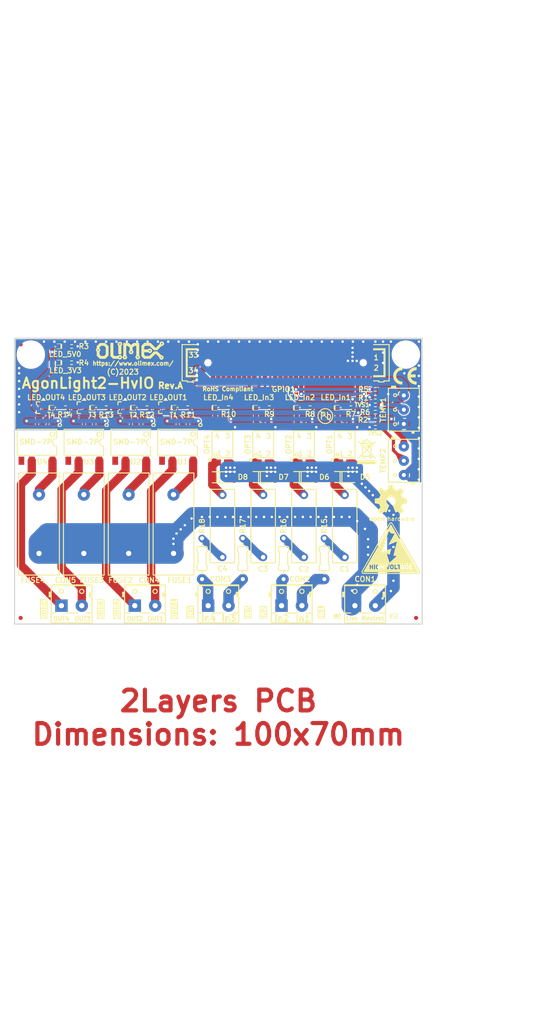
<source format=kicad_pcb>
(kicad_pcb (version 20221018) (generator pcbnew)
  (title_block (title "AgonLight2-HvIO") (date "2023-06-14") (rev "A") (company "OLIMEX LTD") (comment 1 "https://www.olimex.com/"))
  (layers (0 "F.Cu" signal) (31 "B.Cu" signal) (34 "B.Paste" user) (35 "F.Paste" user) (36 "B.SilkS" user "B.Silkscreen") (37 "F.SilkS" user "F.Silkscreen") (38 "B.Mask" user) (39 "F.Mask" user) (44 "Edge.Cuts" user))
  (net 0 "")
  (net 1 "GND")
  (net 2 "+5V")
  (net 3 "VBAT")
  (net 4 "EZ80_PC6")
  (net 5 "/ESP_GPI39")
  (net 6 "+3.3V")
  (net 7 "/ESP_GPI35")
  (net 8 "/ESP_GPIO27")
  (net 9 "/ESP_GPIO26")
  (net 10 "/ESP_GPI36")
  (net 11 "EZ80_PC0")
  (net 12 "EZ80_PC1")
  (net 13 "EZ80_PC2")
  (net 14 "EZ80_PC3")
  (net 15 "EZ80_PC4")
  (net 16 "EZ80_PC5")
  (net 17 "EZ80_PC7")
  (net 18 "+5V_USB")
  (net 19 "/ESP_GPI37")
  (net 20 "/ESP_GPI38")
  (net 21 "EZ80_PD6")
  (net 22 "EZ80_PD7")
  (net 23 "/EZ80_PD4")
  (net 24 "/EZ80_PD5")
  (net 25 "/EZ80_PB2\\SS#")
  (net 26 "/EZ80_PB5")
  (net 27 "/EZ80_PB6\\MICROSD_MISO")
  (net 28 "/EZ80_PHI\\CLKOUT")
  (net 29 "/EZ80_SDA")
  (net 30 "/EZ80_SCL")
  (net 31 "/EZ80_PB3\\MICROSD_CLK")
  (net 32 "/EZ80_PB7\\MICROSD_MOSI")
  (net 33 "Net-(LED_OUT1-A)")
  (net 34 "Net-(LED_OUT1-K)")
  (net 35 "/FUSE2")
  (net 36 "/Live")
  (net 37 "Net-(T1-C)")
  (net 39 "/OUT1")
  (net 40 "/FUSE1")
  (net 41 "/FUSE3")
  (net 42 "/FUSE4")
  (net 43 "Net-(LED_OUT2-A)")
  (net 44 "Net-(LED_OUT2-K)")
  (net 45 "Net-(LED_OUT3-A)")
  (net 46 "Net-(LED_OUT3-K)")
  (net 47 "Net-(LED_OUT4-A)")
  (net 48 "Net-(LED_OUT4-K)")
  (net 49 "/OUT2")
  (net 50 "/OUT4")
  (net 51 "/OUT3")
  (net 52 "/Neutral")
  (net 53 "Net-(T2-C)")
  (net 54 "Net-(T3-C)")
  (net 55 "Net-(T4-C)")
  (net 62 "Net-(LED_In1-A)")
  (net 63 "Net-(LED_In2-A)")
  (net 64 "Net-(LED_In3-A)")
  (net 65 "Net-(LED_In4-A)")
  (net 66 "/In1")
  (net 67 "/In2")
  (net 68 "/In4")
  (net 69 "/In3")
  (net 70 "/I12")
  (net 71 "/I11")
  (net 72 "/I22")
  (net 73 "/I21")
  (net 74 "/I32")
  (net 75 "/I31")
  (net 76 "/I42")
  (net 77 "/I41")
  (net 78 "Net-(LED_3V3-K)")
  (net 79 "Net-(LED_5V0-K)")
  (net 80 "Net-(TVS1-IO1)")
  (net 81 "Net-(TVS2-IO1)")
  (footprint "OLIMEX_RLC-FP:R_0402_5MIL_DWS" (layer "F.Cu") (at 69.008 102)
    (fp_text reference "R3")
    (fp_text value "1k/R0402")
  )
  (footprint "OLIMEX_Other-FP:Fiducial1x3" (layer "F.Cu") (at 56.5 101.5)
    (fp_text reference "FID2" hide)
    (fp_text value "Fiducial" hide)
  )
  (footprint "OLIMEX_Connectors-FP:TB2-DG306-5.0_2P" (layer "F.Cu") (at 105 165.5)
    (fp_text reference "CON3")
    (fp_text value "DG306-5.0-2P")
  )
  (footprint "OLIMEX_LEDs-FP:LED_0603_KA" (layer "F.Cu") (at 65 117)
    (fp_text reference "LED_OUT4")
    (fp_text value "LED/Red/0603")
  )
  (footprint "OLIMEX_Devices-FP:SMD7_L9.70xW6.40_P2.54mm" (layer "F.Cu") (at 95 125.5 -90)
    (fp_text reference "U1")
    (fp_text value "BC3223A(SMD7)")
  )
  (footprint "OLIMEX_RLC-FP:R_0402_5MIL_DWS" (layer "F.Cu") (at 143.51 114.427)
    (fp_text reference "R1")
    (fp_text value "4.7k/R0402")
  )
  (footprint "OLIMEX_Diodes-FP:SMA-KA" (layer "F.Cu") (at 106 134.055)
    (fp_text reference "D8")
    (fp_text value "1N4007/SMA")
  )
  (footprint "OLIMEX_RLC-FP:R_0402_5MIL_DWS" (layer "F.Cu") (at 67.5 117)
    (fp_text reference "R14")
    (fp_text value "200R/R0402")
  )
  (footprint "OLIMEX_Other-FP:Mounting_Hole_Drill-3.3mm_Clerance-7mm" (layer "F.Cu") (at 59 166)
    (fp_text reference "MH1" hide)
    (fp_text value "Mounting_Hole_NPTH" hide)
  )
  (footprint "OLIMEX_Devices-FP:H11A817C_SMD(PC817X3NIP06)_FP" (layer "F.Cu") (at 126 126)
    (fp_text reference "OPT2")
    (fp_text value "PC817CS_CYPC817(C-TP2)")
  )
  (footprint "OLIMEX_RLC-FP:C600-700x250mils" (layer "F.Cu") (at 106 146 -90)
    (fp_text reference "C4")
    (fp_text value "100nF/250V/X2/PTH")
  )
  (footprint "OLIMEX_Devices-FP:SMD7_L9.70xW6.40_P2.54mm" (layer "F.Cu") (at 72 125.5 -90)
    (fp_text reference "U3")
    (fp_text value "BC3223A(SMD7)")
  )
  (footprint "OLIMEX_Signs-FP:Sign_PB-Free" (layer "F.Cu") (at 131.445 119.38)
    (fp_text reference "Sign_PB-Free")
    (fp_text value "Sign_PB-Free")
  )
  (footprint "OLIMEX_Diodes-FP:D_0402_5MIL_DWS" (layer "F.Cu") (at 143.51 116.332 180)
    (fp_text reference "TVS1")
    (fp_text value "GG0402052R542P")
  )
  (footprint "OLIMEX_Other-FP:Mounting_Hole_Drill-3.3mm_Clerance-7mm" (layer "F.Cu") (at 151 104)
    (fp_text reference "MH3" hide)
    (fp_text value "Mounting_Hole_NPTH" hide)
  )
  (footprint "OLIMEX_RLC-FP:R_0402_5MIL_DWS" (layer "F.Cu") (at 137.508 117)
    (fp_text reference "R7")
    (fp_text value "1k/R0402")
  )
  (footprint "OLIMEX_Connectors-FP:TB2-DG306-5.0_2P" (layer "F.Cu") (at 141 165.5)
    (fp_text reference "CON1")
    (fp_text value "DG306-5.0-2P")
  )
  (footprint "OLIMEX_Signs-FP:Sign_RecycleBin_1" (layer "F.Cu") (at 139.065 130.81)
    (fp_text reference "Sign_RecycleBin_1" hide)
    (fp_text value "Sign_RecycleBin_1" hide)
  )
  (footprint "OLIMEX_Connectors-FP:TB2-DG306-5.0_2P" (layer "F.Cu") (at 69 165.5)
    (fp_text reference "CON5")
    (fp_text value "DG306-5.0-2P")
  )
  (footprint "OLIMEX_LEDs-FP:LED_0603_KA" (layer "F.Cu") (at 135 117)
    (fp_text reference "LED_In1")
    (fp_text value "LED/Red/0603")
  )
  (footprint "OLIMEX_RLC-FP:R_0.25W_PTH" (layer "F.Cu") (at 101 154 90)
    (fp_text reference "R18")
    (fp_text value "1k/0.25W/1%/PTH(Metal-Film)")
  )
  (footprint "OLIMEX_RLC-FP:C600-700x250mils" (layer "F.Cu") (at 116 146 -90)
    (fp_text reference "C3")
    (fp_text value "100nF/250V/X2/PTH")
  )
  (footprint "OLIMEX_Devices-FP:SMD7_L9.70xW6.40_P2.54mm" (layer "F.Cu") (at 83.5 125.5 -90)
    (fp_text reference "U2")
    (fp_text value "BC3223A(SMD7)")
  )
  (footprint "OLIMEX_Connectors-FP:TB2-DG306-5.0_2P" (layer "F.Cu") (at 87 165.5)
    (fp_text reference "CON4")
    (fp_text value "DG306-5.0-2P")
  )
  (footprint "OLIMEX_Devices-FP:SMD7_L9.70xW6.40_P2.54mm" (layer "F.Cu") (at 60.5 125.5 -90)
    (fp_text reference "U4")
    (fp_text value "BC3223A(SMD7)")
  )
  (footprint "OLIMEX_RLC-FP:R_0402_5MIL_DWS" (layer "F.Cu") (at 143.51 120.015)
    (fp_text reference "R2")
    (fp_text value "4.7k/R0402")
  )
  (footprint "OLIMEX_Connectors-FP:TB3-3.5mm" (layer "F.Cu") (at 150.5 130 -90)
    (fp_text reference "TEMP2")
    (fp_text value "TB3-3.5ММ(HD-351_3P)")
  )
  (footprint "OLIMEX_RLC-FP:R_0402_5MIL_DWS" (layer "F.Cu") (at 69 106)
    (fp_text reference "R4")
    (fp_text value "1k/R0402")
  )
  (footprint "OLIMEX_Diodes-FP:SMA-KA" (layer "F.Cu") (at 126 134)
    (fp_text reference "D6")
    (fp_text value "1N4007/SMA")
  )
  (footprint "OLIMEX_Connectors-FP:TB2-DG306-5.0_2P" (layer "F.Cu") (at 123 165.5)
    (fp_text reference "CON2")
    (fp_text value "DG306-5.0-2P")
  )
  (footprint "OLIMEX_RLC-FP:R_0.25W_PTH" (layer "F.Cu") (at 131 154 90)
    (fp_text reference "R15")
    (fp_text value "1k/0.25W/1%/PTH(Metal-Film)")
  )
  (footprint "OLIMEX_Signs-FP:Logo_OLIMEX_TB" (layer "F.Cu") (at 83.5 103)
    (fp_text reference "Logo_OLIMEX_TB" hide)
    (fp_text value "Logo_OLIMEX_TB" hide)
  )
  (footprint "OLIMEX_Transistors-FP:SOT23" (layer "F.Cu") (at 71 117)
    (fp_text reference "T3")
    (fp_text value "LMUN2211LT1G(SOT-23)")
  )
  (footprint "OLIMEX_Diodes-FP:SMA-KA" (layer "F.Cu") (at 136 134)
    (fp_text reference "D5")
    (fp_text value "1N4007/SMA")
  )
  (footprint "OLIMEX_Devices-FP:H11A817C_SMD(PC817X3NIP06)_FP" (layer "F.Cu") (at 106 126)
    (fp_text reference "OPT4")
    (fp_text value "PC817CS_CYPC817(C-TP2)")
  )
  (footprint "OLIMEX_Diodes-FP:SMA-KA" (layer "F.Cu") (at 116 134)
    (fp_text reference "D7")
    (fp_text value "1N4007/SMA")
  )
  (footprint "OLIMEX_Other-FP:Mounting_Hole_Drill-3.3mm_Clerance-7mm" (layer "F.Cu") (at 151 166)
    (fp_text reference "MH4" hide)
    (fp_text value "Mounting_Hole_NPTH" hide)
  )
  (footprint "OLIMEX_Transistors-FP:SOT23" (layer "F.Cu") (at 91 117)
    (fp_text reference "T1")
    (fp_text value "LMUN2211LT1G(SOT-23)")
  )
  (footprint "OLIMEX_Other-FP:Mounting_Hole_Drill-3.3mm_Clerance-7mm" (layer "F.Cu") (at 59 104)
    (fp_text reference "MH2" hide)
    (fp_text value "Mounting_Hole_NPTH" hide)
  )
  (footprint "OLIMEX_RLC-FP:R_0402_5MIL_DWS" (layer "F.Cu") (at 107.5 117)
    (fp_text reference "R10")
    (fp_text value "1k/R0402")
  )
  (footprint "OLIMEX_RLC-FP:R_0402_5MIL_DWS" (layer "F.Cu") (at 143.51 118.11)
    (fp_text reference "R6")
    (fp_text value "33R/R0402")
  )
  (footprint "OLIMEX_Devices-FP:FUSE-HOLDER_BF-103" (layer "F.Cu") (at 94 145.5 -90)
    (fp_text reference "FUSE1")
    (fp_text value "BF-103")
  )
  (footprint "OLIMEX_RLC-FP:R_0.25W_PTH" (layer "F.Cu") (at 121 154 90)
    (fp_text reference "R16")
    (fp_text value "1k/0.25W/1%/PTH(Metal-Film)")
  )
  (footprint "OLIMEX_LEDs-FP:LED_0603_KA" (layer "F.Cu") (at 125 117)
    (fp_text reference "LED_In2")
    (fp_text value "LED/Red/0603")
  )
  (footprint "OLIMEX_Transistors-FP:SOT23" (layer "F.Cu") (at 61 117)
    (fp_text reference "T4")
    (fp_text value "LMUN2211LT1G(SOT-23)")
  )
  (footprint "OLIMEX_Signs-FP:High-Voltage" (layer "F.Cu") (at 147.32 151.384)
    (fp_text reference "G***" hide)
    (fp_text value "LOGO" hide)
  )
  (footprint "OLIMEX_Devices-FP:FUSE-HOLDER_BF-103" (layer "F.Cu") (at 83 145.5 -90)
    (fp_text reference "FUSE2")
    (fp_text value "BF-103")
  )
  (footprint "OLIMEX_Devices-FP:FUSE-HOLDER_BF-103" (layer "F.Cu") (at 61 145.5 -90)
    (fp_text reference "FUSE4")
    (fp_text value "BF-103")
  )
  (footprint "OLIMEX_Connectors-FP:TB3-3.5mm" (layer "F.Cu") (at 150.5 117.5 -90)
    (fp_text reference "TEMP1")
    (fp_text value "TB3-3.5ММ(HD-351_3P)")
  )
  (footprint "OLIMEX_Other-FP:Fiducial1x3" (layer "F.Cu") (at 56.5 168.5)
    (fp_text reference "FID1" hide)
    (fp_text value "Fiducial" hide)
  )
  (footprint "OLIMEX_LEDs-FP:LED_0603_KA" (layer "F.Cu") (at 65 102 180)
    (fp_text reference "LED_5V0")
    (fp_text value "LED/Red/0603")
  )
  (footprint "OLIMEX_Transistors-FP:SOT23" (layer "F.Cu") (at 81 117)
    (fp_text reference "T2")
    (fp_text value "LMUN2211LT1G(SOT-23)")
  )
  (footprint "OLIMEX_LEDs-FP:LED_0603_KA" (layer "F.Cu") (at 105 117)
    (fp_text reference "LED_In4")
    (fp_text value "LED/Red/0603")
  )
  (footprint "OLIMEX_LEDs-FP:LED_0603_KA" (layer "F.Cu") (at 115 117)
    (fp_text reference "LED_In3")
    (fp_text value "LED/Red/0603")
  )
  (footprint "OLIMEX_LEDs-FP:LED_0603_KA" (layer "F.Cu") (at 95 117)
    (fp_text reference "LED_OUT1")
    (fp_text value "LED/Red/0603")
  )
  (footprint "OLIMEX_Diodes-FP:D_0402_5MIL_DWS" (layer "F.Cu") (at 143.51 121.793 180)
    (fp_text reference "TVS2")
    (fp_text value "GG0402052R542P")
  )
  (footprint "OLIMEX_Devices-FP:H11A817C_SMD(PC817X3NIP06)_FP" (layer "F.Cu") (at 116 126)
    (fp_text reference "OPT3")
    (fp_text value "PC817CS_CYPC817(C-TP2)")
  )
  (footprint "OLIMEX_Signs-FP:Sign_OSHW_8x8" (layer "F.Cu") (at 147.32 139.954)
    (fp_text reference "Sign_OSHW_8x8" hide)
    (fp_text value "Sign_OSHW_8x8" hide)
  )
  (footprint "OLIMEX_Devices-FP:FUSE-HOLDER_BF-103" (layer "F.Cu") (at 72 145.5 -90)
    (fp_text reference "FUSE3")
    (fp_text value "BF-103")
  )
  (footprint "OLIMEX_LEDs-FP:LED_0603_KA" (layer "F.Cu") (at 75 117)
    (fp_text reference "LED_OUT3")
    (fp_text value "LED/Red/0603")
  )
  (footprint "OLIMEX_RLC-FP:C600-700x250mils" (layer "F.Cu") (at 136 146 -90)
    (fp_text reference "C1")
    (fp_text value "100nF/250V/X2/PTH")
  )
  (footprint "OLIMEX_RLC-FP:C600-700x250mils" (layer "F.Cu") (at 126 146 -90)
    (fp_text reference "C2")
    (fp_text value "100nF/250V/X2/PTH")
  )
  (footprint "OLIMEX_LEDs-FP:LED_0603_KA" (layer "F.Cu") (at 65 106 180)
    (fp_text reference "LED_3V3")
    (fp_text value "LED/Green/0603")
  )
  (footprint "OLIMEX_RLC-FP:R_0402_5MIL_DWS" (layer "F.Cu") (at 87.5 117)
    (fp_text reference "R12")
    (fp_text value "200R/R0402")
  )
  (footprint "OLIMEX_RLC-FP:R_0402_5MIL_DWS" (layer "F.Cu") (at 127.5 117)
    (fp_text reference "R8")
    (fp_text value "1k/R0402")
  )
  (footprint "OLIMEX_Connectors-FP:GBH-254-SMT-34" (layer "F.Cu") (at 121.5 106 180)
    (fp_text reference "GPIO1")
    (fp_text value "B-V-34-LF(GBH254SMT-34)")
  )
  (footprint "OLIMEX_Devices-FP:H11A817C_SMD(PC817X3NIP06)_FP" (layer "F.Cu") (at 136 126)
    (fp_text reference "OPT1")
    (fp_text value "PC817CS_CYPC817(C-TP2)")
  )
  (footprint "OLIMEX_RLC-FP:R_0402_5MIL_DWS" (layer "F.Cu") (at 77.5 117)
    (fp_text reference "R13")
    (fp_text value "200R/R0402")
  )
  (footprint "OLIMEX_Other-FP:Fiducial1x3" (layer "F.Cu") (at 153.5 168.5)
    (fp_text reference "FID3" hide)
    (fp_text value "Fiducial" hide)
  )
  (footprint "OLIMEX_Signs-FP:CE_Sign" (layer "F.Cu") (at 151.765 109.22)
    (fp_text reference "Sign_CE" hide)
    (fp_text value "CE_Sign" hide)
  )
  (footprint "OLIMEX_RLC-FP:R_0402_5MIL_DWS" (layer "F.Cu") (at 143.51 112.522)
    (fp_text reference "R5")
    (fp_text value "33R/R0402")
  )
  (footprint "OLIMEX_RLC-FP:R_0.25W_PTH" (layer "F.Cu") (at 111 154 90)
    (fp_text reference "R17")
    (fp_text value "1k/0.25W/1%/PTH(Metal-Film)")
  )
  (footprint "OLIMEX_RLC-FP:R_0402_5MIL_DWS" (layer "F.Cu") (at 97.5 117)
    (fp_text reference "R11")
    (fp_text value "200R/R0402")
  )
  (footprint "OLIMEX_RLC-FP:R_0402_5MIL_DWS" (layer "F.Cu") (at 117.5 117)
    (fp_text reference "R9")
    (fp_text value "1k/R0402")
  )
  (footprint "OLIMEX_LEDs-FP:LED_0603_KA" (layer "F.Cu") (at 85 117)
    (fp_text reference "LED_OUT2")
    (fp_text value "LED/Red/0603")
  )
  (gr_line locked (start 155 100) (end 155 170) (stroke (width 0.254)) (layer "Edge.Cuts"))
  (gr_line locked (start 155 100) (end 55 100) (stroke (width 0.254)) (layer "Edge.Cuts"))
  (gr_line locked (start 155 170) (end 55 170) (stroke (width 0.254)) (layer "Edge.Cuts"))
  (gr_line locked (start 55 100) (end 55 170) (stroke (width 0.254)) (layer "Edge.Cuts"))
  (gr_text "2Layers PCB\nDimensions: 100x70mm" (at 105 200) (layer "F.Cu") (effects (font (size 5.08 5.08) (thickness 1.016) bold) (justify bottom)))
  (gr_text "In3" (at 105.537 169.4688) (layer "F.SilkS") (effects (font (size 1.524 1.524) (thickness 0.381) bold) (justify left bottom)))
  (gr_text "Live" (at 136.144 169.164) (layer "F.SilkS") (effects (font (size 1.016 1.016) (thickness 0.254) bold) (justify left bottom)))
  (gr_text "IN1" (at 131.064 168.91 90) (layer "F.SilkS" knockout) (effects (font (size 1.27 1.27) (thickness 0.254) bold) (justify left bottom)))
  (gr_text "IN4" (at 98.933 168.91 90) (layer "F.SilkS" knockout) (effects (font (size 1.27 1.27) (thickness 0.254) bold) (justify left bottom)))
  (gr_text "OUT2" (at 82.423 169.291) (layer "F.SilkS") (effects (font (size 1.016 1.016) (thickness 0.254) bold) (justify left bottom)))
  (gr_text "https://www.olimex.com/" (at 74 106.75) (layer "F.SilkS") (effects (font (size 1.016 1.016) (thickness 0.254) bold) (justify left bottom)))
  (gr_text "IN2" (at 116.84 168.91 90) (layer "F.SilkS" knockout) (effects (font (size 1.27 1.27) (thickness 0.254) bold) (justify left bottom)))
  (gr_text "Neutral" (at 139.954 169.164) (layer "F.SilkS") (effects (font (size 1.016 1.016) (thickness 0.254) bold) (justify left bottom)))
  (gr_text "Rev.A" (at 90 112.5) (layer "F.SilkS") (effects (font (size 1.524 1.524) (thickness 0.381) bold) (justify left bottom)))
  (gr_text "OUT1" (at 94.996 168.91 90) (layer "F.SilkS" knockout) (effects (font (size 1.27 1.27) (thickness 0.254) bold) (justify left bottom)))
  (gr_text "RoHS Compliant" (at 100.965 113.03) (layer "F.SilkS") (effects (font (size 1.016 1.016) (thickness 0.254) bold) (justify left bottom)))
  (gr_text "In1" (at 123.75 169.5) (layer "F.SilkS") (effects (font (size 1.524 1.524) (thickness 0.381) bold) (justify left bottom)))
  (gr_text "OUT3" (at 69.596 169.291) (layer "F.SilkS") (effects (font (size 1.016 1.016) (thickness 0.254) bold) (justify left bottom)))
  (gr_text "(C)2023" (at 77.5 109) (layer "F.SilkS") (effects (font (size 1.27 1.27) (thickness 0.254) bold) (justify left bottom)))
  (gr_text "OUT4" (at 62.992 168.91 90) (layer "F.SilkS" knockout) (effects (font (size 1.27 1.27) (thickness 0.254) bold) (justify left bottom)))
  (gr_text "In2" (at 118.5 169.5) (layer "F.SilkS") (effects (font (size 1.524 1.524) (thickness 0.381) bold) (justify left bottom)))
  (gr_text "L" (at 135.001 168.91 90) (layer "F.SilkS" knockout) (effects (font (size 1.27 1.27) (thickness 0.254) bold) (justify left bottom)))
  (gr_text "N" (at 148.844 168.9 90) (layer "F.SilkS" knockout) (effects (font (size 1.27 1.27) (thickness 0.254) bold) (justify left bottom)))
  (gr_text "OUT1" (at 87.503 169.291) (layer "F.SilkS") (effects (font (size 1.016 1.016) (thickness 0.254) bold) (justify left bottom)))
  (gr_text "OUT3" (at 76.962 168.91 90) (layer "F.SilkS" knockout) (effects (font (size 1.27 1.27) (thickness 0.254) bold) (justify left bottom)))
  (gr_text "AgonLight2-HvIO" (at 56.5 112.5) (layer "F.SilkS") (effects (font (size 2.54 2.54) (thickness 0.508) bold) (justify left bottom)))
  (gr_text "In4" (at 100.584 169.4688) (layer "F.SilkS") (effects (font (size 1.524 1.524) (thickness 0.381) bold) (justify left bottom)))
  (gr_text "IN3" (at 113.03 168.91 90) (layer "F.SilkS" knockout) (effects (font (size 1.27 1.27) (thickness 0.254) bold) (justify left bottom)))
  (gr_text "OUT4" (at 64.389 169.291) (layer "F.SilkS") (effects (font (size 1.016 1.016) (thickness 0.254) bold) (justify left bottom)))
  (gr_text "OUT2" (at 80.899 168.91 90) (layer "F.SilkS" knockout) (effects (font (size 1.27 1.27) (thickness 0.254) bold) (justify left bottom)))
  (segment (start 92.10744 114.96744) (end 92.075 114.935) (width 1.27) (layer "F.Cu") (net 1))
  (segment (start 107.27 121.555) (end 107.508 121.793) (width 1.27) (layer "F.Cu") (net 1))
  (segment (start 137.922 101.517) (end 138.5985 102.1935) (width 1.27) (layer "F.Cu") (net 1))
  (segment (start 138.5985 102.1935) (end 138.5985 104.5625) (width 1.27) (layer "F.Cu") (net 1))
  (segment (start 82.10744 116.0475) (end 82.10744 114.99656) (width 1.27) (layer "F.Cu") (net 1))
  (segment (start 69.508 106) (end 70.403 106) (width 0.762) (layer "F.Cu") (net 1))
  (segment (start 62.103 116.04306) (end 62.10744 116.0475) (width 1.27) (layer "F.Cu") (net 1))
  (segment (start 136.74 105.498) (end 136.779 105.537) (width 1.27) (layer "F.Cu") (net 1))
  (segment (start 151.892 121) (end 153.797 121) (width 1.27) (layer "F.Cu") (net 1))
  (segment (start 70.466 102) (end 70.485 101.981) (width 0.762) (layer "F.Cu") (net 1))
  (segment (start 70.485 101.981) (end 99.949 101.981) (width 0.762) (layer "F.Cu") (net 1))
  (segment (start 70.485 105.918) (end 98.298 105.918) (width 0.762) (layer "F.Cu") (net 1))
  (segment (start 136.74 102.875) (end 136.74 101.18) (width 1.27) (layer "F.Cu") (net 1))
  (segment (start 153.797 111.76) (end 150.622 108.585) (width 1.27) (layer "F.Cu") (net 1))
  (segment (start 107.508 121.793) (end 109.093 121.793) (width 1.27) (layer "F.Cu") (net 1))
  (segment (start 138.938 105.537) (end 138.938 104.902) (width 1.27) (layer "F.Cu") (net 1))
  (segment (start 137.922 101.219) (end 137.922 101.517) (width 1.27) (layer "F.Cu") (net 1))
  (segment (start 137.27 121.555) (end 137.508 121.793) (width 1.27) (layer "F.Cu") (net 1))
  (segment (start 152.431 121) (end 153.797 122.366) (width 1.27) (layer "F.Cu") (net 1))
  (segment (start 153.797 130.203) (end 150.5 133.5) (width 1.27) (layer "F.Cu") (net 1))
  (segment (start 82.10744 114.99656) (end 82.169 114.935) (width 1.27) (layer "F.Cu") (net 1))
  (segment (start 136.779 105.537) (end 138.938 105.537) (width 1.27) (layer "F.Cu") (net 1))
  (segment (start 101.18 104.267) (end 99.949 104.267) (width 1.27) (layer "F.Cu") (net 1))
  (segment (start 72.136 114.935) (end 72.10744 114.96356) (width 1.27) (layer "F.Cu") (net 1))
  (segment (start 139.28 102.875) (end 139.28 101.219) (width 1.27) (layer "F.Cu") (net 1))
  (segment (start 99.954 102.875) (end 99.949 102.87) (width 1.27) (layer "F.Cu") (net 1))
  (segment (start 127.508 121.793) (end 129.032 121.793) (width 1.27) (layer "F.Cu") (net 1))
  (segment (start 117.27 121.555) (end 117.508 121.793) (width 1.27) (layer "F.Cu") (net 1))
  (segment (start 136.74 102.875) (end 136.74 105.498) (width 1.27) (layer "F.Cu") (net 1))
  (segment (start 143.002 116.332) (end 142.113 116.332) (width 0.762) (layer "F.Cu") (net 1))
  (segment (start 69.516 102) (end 69.516 105.992) (width 0.762) (layer "F.Cu") (net 1))
  (segment (start 62.103 114.935) (end 62.103 116.04306) (width 1.27) (layer "F.Cu") (net 1))
  (segment (start 101.18 101.473) (end 99.949 101.473) (width 1.27) (layer "F.Cu") (net 1))
  (segment (start 152.431 121) (end 153.797 119.634) (width 1.27) (layer "F.Cu") (net 1))
  (segment (start 117.508 121.793) (end 118.999 121.793) (width 1.27) (layer "F.Cu") (net 1))
  (segment (start 72.10744 116.0475) (end 72.10744 114.96356) (width 1.27) (layer "F.Cu") (net 1))
  (segment (start 69.516 102) (end 70.466 102) (width 0.762) (layer "F.Cu") (net 1))
  (segment (start 153.797 121) (end 153.797 119.634) (width 1.27) (layer "F.Cu") (net 1))
  (segment (start 101.18 102.875) (end 101.18 104.267) (width 1.27) (layer "F.Cu") (net 1))
  (segment (start 70.403 106) (end 70.485 105.918) (width 0.762) (layer "F.Cu") (net 1))
  (segment (start 151.892 121) (end 152.431 121) (width 1.27) (layer "F.Cu") (net 1))
  (segment (start 138.5985 104.5625) (end 138.938 104.902) (width 1.27) (layer "F.Cu") (net 1))
  (segment (start 153.797 121) (end 153.797 122.682) (width 1.27) (layer "F.Cu") (net 1))
  (segment (start 153.797 119.634) (end 153.797 111.76) (width 1.27) (layer "F.Cu") (net 1))
  (segment (start 137.883 101.18) (end 137.922 101.219) (width 1.27) (layer "F.Cu") (net 1))
  (segment (start 136.74 101.18) (end 137.883 101.18) (width 1.27) (layer "F.Cu") (net 1))
  (segment (start 143.002 121.793) (end 142.113 121.793) (width 0.762) (layer "F.Cu") (net 1))
  (segment (start 150.5 121) (end 151.892 121) (width 1.27) (layer "F.Cu") (net 1))
  (segment (start 69.516 105.992) (end 69.508 106) (width 0.762) (layer "F.Cu") (net 1))
  (segment (start 153.797 122.366) (end 153.797 122.682) (width 1.27) (layer "F.Cu") (net 1))
  (segment (start 138.5985 102.1935) (end 139.28 102.875) (width 1.27) (layer "F.Cu") (net 1))
  (segment (start 137.508 121.793) (end 139.065 121.793) (width 1.27) (layer "F.Cu") (net 1))
  (segment (start 153.797 122.682) (end 153.797 130.203) (width 1.27) (layer "F.Cu") (net 1))
  (segment (start 99.949 101.473) (end 99.949 101.981) (width 1.27) (layer "F.Cu") (net 1))
  (segment (start 139.28 101.219) (end 137.922 101.219) (width 1.27) (layer "F.Cu") (net 1))
  (segment (start 127.27 121.555) (end 127.508 121.793) (width 1.27) (layer "F.Cu") (net 1))
  (segment (start 101.18 102.875) (end 99.954 102.875) (width 1.27) (layer "F.Cu") (net 1))
  (segment (start 92.10744 116.0475) (end 92.10744 114.96744) (width 1.27) (layer "F.Cu") (net 1))
  (segment (start 99.949 101.981) (end 99.949 104.267) (width 1.27) (layer "F.Cu") (net 1))
  (segment (start 98.298 105.918) (end 99.949 104.267) (width 0.762) (layer "F.Cu") (net 1))
  (segment (start 139.28 104.56) (end 138.938 104.902) (width 1.27) (layer "F.Cu") (net 1))
  (segment (start 101.18 102.875) (end 101.18 101.473) (width 1.27) (layer "F.Cu") (net 1))
  (segment (start 137.922 101.219) (end 137.922 105.537) (width 1.27) (layer "F.Cu") (net 1))
  (segment (start 139.28 102.875) (end 139.28 104.56) (width 1.27) (layer "F.Cu") (net 1))
  (via (at 56.134 114.3) (size 1) (drill 0.6) (layers "F.Cu" "B.Cu") (net 1))
  (via (at 99.949 102.87) (size 1) (drill 0.6) (layers "F.Cu" "B.Cu") (net 1))
  (via (at 102.4382 100.838) (size 1) (drill 0.6) (layers "F.Cu" "B.Cu") (net 1))
  (via (at 64.77 100.838) (size 1) (drill 0.6) (layers "F.Cu" "B.Cu") (net 1))
  (via (at 95.25 100.838) (size 1) (drill 0.6) (layers "F.Cu" "B.Cu") (net 1))
  (via (at 77.47 100.838) (size 1) (drill 0.6) (layers "F.Cu" "B.Cu") (net 1))
  (via (at 117.6782 100.838) (size 1) (drill 0.6) (layers "F.Cu" "B.Cu") (net 1))
  (via (at 70.485 105.918) (size 1) (drill 0.6) (layers "F.Cu" "B.Cu") (net 1))
  (via (at 90.17 100.838) (size 1) (drill 0.6) (layers "F.Cu" "B.Cu") (net 1))
  (via (at 145.415 100.838) (size 1) (drill 0.6) (layers "F.Cu" "B.Cu") (net 1))
  (via (at 154.178 134.62) (size 1) (drill 0.6) (layers "F.Cu" "B.Cu") (net 1))
  (via (at 109.093 121.793) (size 1) (drill 0.6) (layers "F.Cu" "B.Cu") (net 1))
  (via (at 154.178 124.46) (size 1) (drill 0.6) (layers "F.Cu" "B.Cu") (net 1))
  (via (at 137.922 105.537) (size 1) (drill 0.6) (layers "F.Cu" "B.Cu") (net 1))
  (via (at 92.71 100.838) (size 1) (drill 0.6) (layers "F.Cu" "B.Cu") (net 1))
  (via (at 74.93 100.838) (size 1) (drill 0.6) (layers "F.Cu" "B.Cu") (net 1))
  (via (at 122.7582 100.838) (size 1) (drill 0.6) (layers "F.Cu" "B.Cu") (net 1))
  (via (at 70.485 101.981) (size 1) (drill 0.6) (layers "F.Cu" "B.Cu") (net 1))
  (via (at 154.178 109.22) (size 1) (drill 0.6) (layers "F.Cu" "B.Cu") (net 1))
  (via (at 56.134 107.315) (size 1) (drill 0.6) (layers "F.Cu" "B.Cu") (net 1))
  (via (at 142.113 116.332) (size 1) (drill 0.6) (layers "F.Cu" "B.Cu") (net 1))
  (via (at 154.178 116.84) (size 1) (drill 0.6) (layers "F.Cu" "B.Cu") (net 1))
  (via (at 85.09 100.838) (size 1) (drill 0.6) (layers "F.Cu" "B.Cu") (net 1))
  (via (at 72.136 114.935) (size 1) (drill 0.6) (layers "F.Cu" "B.Cu") (net 1))
  (via (at 138.938 105.537) (size 1) (drill 0.6) (layers "F.Cu" "B.Cu") (net 1))
  (via (at 154.178 121.92) (size 1) (drill 0.6) (layers "F.Cu" "B.Cu") (net 1))
  (via (at 145.415 106.045) (size 1) (drill 0.6) (layers "F.Cu" "B.Cu") (net 1))
  (via (at 69.85 100.838) (size 1) (drill 0.6) (layers "F.Cu" "B.Cu") (net 1))
  (via (at 82.169 114.935) (size 1) (drill 0.6) (layers "F.Cu" "B.Cu") (net 1))
  (via (at 56.134 118.11) (size 1) (drill 0.6) (layers "F.Cu" "B.Cu") (net 1))
  (via (at 87.63 100.838) (size 1) (drill 0.6) (layers "F.Cu" "B.Cu") (net 1))
  (via (at 56.134 108.585) (size 1) (drill 0.6) (layers "F.Cu" "B.Cu") (net 1))
  (via (at 139.065 121.793) (size 1) (drill 0.6) (layers "F.Cu" "B.Cu") (net 1))
  (via (at 56.134 112.395) (size 1) (drill 0.6) (layers "F.Cu" "B.Cu") (net 1))
  (via (at 97.79 100.838) (size 1) (drill 0.6) (layers "F.Cu" "B.Cu") (net 1))
  (via (at 137.922 104.521) (size 1) (drill 0.6) (layers "F.Cu" "B.Cu") (net 1))
  (via (at 67.31 100.838) (size 1) (drill 0.6) (layers "F.Cu" "B.Cu") (net 1))
  (via (at 154.178 132.08) (size 1) (drill 0.6) (layers "F.Cu" "B.Cu") (net 1))
  (via (at 118.999 121.793) (size 1) (drill 0.6) (layers "F.Cu" "B.Cu") (net 1))
  (via (at 146.685 113.665) (size 1) (drill 0.6) (layers "F.Cu" "B.Cu") (net 1))
  (via (at 56.134 110.49) (size 1) (drill 0.6) (layers "F.Cu" "B.Cu") (net 1))
  (via (at 154.178 119.38) (size 1) (drill 0.6) (layers "F.Cu" "B.Cu") (net 1))
  (via (at 137.922 102.362) (size 1) (drill 0.6) (layers "F.Cu" "B.Cu") (net 1))
  (via (at 154.178 114.3) (size 1) (drill 0.6) (layers "F.Cu" "B.Cu") (net 1))
  (via (at 154.178 100.838) (size 1) (drill 0.6) (layers "F.Cu" "B.Cu") (net 1))
  (via (at 137.9982 100.838) (size 1) (drill 0.6) (layers "F.Cu" "B.Cu") (net 1))
  (via (at 136.779 105.537) (size 1) (drill 0.6) (layers "F.Cu" "B.Cu") (net 1))
  (via (at 107.5182 100.838) (size 1) (drill 0.6) (layers "F.Cu" "B.Cu") (net 1))
  (via (at 120.2436 100.838) (size 1) (drill 0.6) (layers "F.Cu" "B.Cu") (net 1))
  (via (at 125.3236 100.838) (size 1) (drill 0.6) (layers "F.Cu" "B.Cu") (net 1))
  (via (at 72.39 100.838) (size 1) (drill 0.6) (layers "F.Cu" "B.Cu") (net 1))
  (via (at 110.0582 100.838) (size 1) (drill 0.6) (layers "F.Cu" "B.Cu") (net 1))
  (via (at 150.622 108.585) (size 1) (drill 0.6) (layers "F.Cu" "B.Cu") (net 1))
  (via (at 140.5382 100.838) (size 1) (drill 0.6) (layers "F.Cu" "B.Cu") (net 1))
  (via (at 145.415 103.505) (size 1) (drill 0.6) (layers "F.Cu" "B.Cu") (net 1))
  (via (at 115.1382 100.838) (size 1) (drill 0.6) (layers "F.Cu" "B.Cu") (net 1))
  (via (at 130.3782 100.838) (size 1) (drill 0.6) (layers "F.Cu" "B.Cu") (net 1))
  (via (at 56.134 116.205) (size 1) (drill 0.6) (layers "F.Cu" "B.Cu") (net 1))
  (via (at 99.949 104.267) (size 1) (drill 0.6) (layers "F.Cu" "B.Cu") (net 1))
  (via (at 137.922 103.505) (size 1) (drill 0.6) (layers "F.Cu" "B.Cu") (net 1))
  (via (at 154.178 111.76) (size 1) (drill 0.6) (layers "F.Cu" "B.Cu") (net 1))
  (via (at 143.51 100.838) (size 1) (drill 0.6) (layers "F.Cu" "B.Cu") (net 1))
  (via (at 112.6236 100.838) (size 1) (drill 0.6) (layers "F.Cu" "B.Cu") (net 1))
  (via (at 80.01 100.838) (size 1) (drill 0.6) (layers "F.Cu" "B.Cu") (net 1))
  (via (at 127.8636 100.838) (size 1) (drill 0.6) (layers "F.Cu" "B.Cu") (net 1))
  (via (at 154.178 129.54) (size 1) (drill 0.6) (layers "F.Cu" "B.Cu") (net 1))
  (via (at 99.949 101.473) (size 1) (drill 0.6) (layers "F.Cu" "B.Cu") (net 1))
  (via (at 135.4836 100.838) (size 1) (drill 0.6) (layers "F.Cu" "B.Cu") (net 1))
  (via (at 82.55 100.838) (size 1) (drill 0.6) (layers "F.Cu" "B.Cu") (net 1))
  (via (at 154.178 106.68) (size 1) (drill 0.6) (layers "F.Cu" "B.Cu") (net 1))
  (via (at 92.075 114.935) (size 1) (drill 0.6) (layers "F.Cu" "B.Cu") (net 1))
  (via (at 132.9182 100.838) (size 1) (drill 0.6) (layers "F.Cu" "B.Cu") (net 1))
  (via (at 62.103 114.935) (size 1) (drill 0.6) (layers "F.Cu" "B.Cu") (net 1))
  (via (at 142.113 121.793) (size 1) (drill 0.6) (layers "F.Cu" "B.Cu") (net 1))
  (via (at 104.9782 100.838) (size 1) (drill 0.6) (layers "F.Cu" "B.Cu") (net 1))
  (via (at 129.032 121.793) (size 1) (drill 0.6) (layers "F.Cu" "B.Cu") (net 1))
  (via (at 147.32 100.838) (size 1) (drill 0.6) (layers "F.Cu" "B.Cu") (net 1))
  (via (at 62.23 100.838) (size 1) (drill 0.6) (layers "F.Cu" "B.Cu") (net 1))
  (via (at 154.178 127) (size 1) (drill 0.6) (layers "F.Cu" "B.Cu") (net 1))
  (segment (start 142.113 121.793) (end 149.707 121.793) (width 1.27) (layer "B.Cu") (net 1))
  (segment (start 72.136 107.569) (end 70.485 105.918) (width 1.27) (layer "B.Cu") (net 1))
  (segment (start 150.622 108.585) (end 140.957394 108.585) (width 1.27) (layer "B.Cu") (net 1))
  (segment (start 93.472 116.332) (end 92.075 114.935) (width 1.27) (layer "B.Cu") (net 1))
  (segment (start 72.136 113.03) (end 72.136 107.569) (width 1.27) (layer "B.Cu") (net 1))
  (segment (start 70.231 114.935) (end 69.85 114.935) (width 1.27) (layer "B.Cu") (net 1))
  (segment (start 92.075 114.935) (end 82.169 114.935) (width 1.27) (layer "B.Cu") (net 1))
  (segment (start 143.891 118.11) (end 147.955 118.11) (width 1.27) (layer "B.Cu") (net 1))
  (segment (start 142.113 121.793) (end 139.065 121.793) (width 1.27) (layer "B.Cu") (net 1))
  (segment (start 74.295 114.935) (end 72.136 114.935) (width 1.27) (layer "B.Cu") (net 1))
  (segment (start 138.938 106.565606) (end 138.938 106.553) (width 1.27) (layer "B.Cu") (net 1))
  (segment (start 149.707 121.793) (end 150.5 121) (width 1.27) (layer "B.Cu") (net 1))
  (segment (start 56.642 121.793) (end 56.134 121.285) (width 1.27) (layer "B.Cu") (net 1))
  (segment (start 72.136 113.03) (end 74.041 114.935) (width 1.27) (layer "B.Cu") (net 1))
  (segment (start 142.113 116.332) (end 93.472 116.332) (width 1.27) (layer "B.Cu") (net 1))
  (segment (start 69.85 114.935) (end 62.103 114.935) (width 1.27) (layer "B.Cu") (net 1))
  (segment (start 129.032 121.793) (end 118.999 121.793) (width 1.27) (layer "B.Cu") (net 1))
  (segment (start 72.136 114.935) (end 69.85 114.935) (width 1.27) (layer "B.Cu") (net 1))
  (segment (start 142.113 116.332) (end 143.891 118.11) (width 1.27) (layer "B.Cu") (net 1))
  (segment (start 138.938 106.553) (end 137.922 105.537) (width 1.27) (layer "B.Cu") (net 1))
  (segment (start 118.999 121.793) (end 109.093 121.793) (width 1.27) (layer "B.Cu") (net 1))
  (segment (start 150.5 120.655) (end 150.5 121) (width 1.27) (layer "B.Cu") (net 1))
  (segment (start 139.065 121.793) (end 129.032 121.793) (width 1.27) (layer "B.Cu") (net 1))
  (segment (start 138.938 106.565606) (end 138.938 105.537) (width 1.27) (layer "B.Cu") (net 1))
  (segment (start 74.041 114.935) (end 74.295 114.935) (width 1.27) (layer "B.Cu") (net 1))
  (segment (start 72.136 113.03) (end 70.231 114.935) (width 1.27) (layer "B.Cu") (net 1))
  (segment (start 137.922 105.537) (end 138.938 105.537) (width 1.27) (layer "B.Cu") (net 1))
  (segment (start 109.093 121.793) (end 56.642 121.793) (width 1.27) (layer "B.Cu") (net 1))
  (segment (start 140.957394 108.585) (end 138.938 106.565606) (width 1.27) (layer "B.Cu") (net 1))
  (segment (start 72.136 114.935) (end 72.136 113.03) (width 1.27) (layer "B.Cu") (net 1))
  (segment (start 147.955 118.11) (end 150.5 120.655) (width 1.27) (layer "B.Cu") (net 1))
  (segment (start 82.169 114.935) (end 74.295 114.935) (width 1.27) (layer "B.Cu") (net 1))
  (segment (start 56.134 121.285) (end 56.134 107.315) (width 1.27) (layer "B.Cu") (net 1))
  (segment (start 139.319 109.164) (end 139.319 118.237) (width 1.27) (layer "F.Cu") (net 2))
  (segment (start 78.008 117) (end 78.008 118.207) (width 0.762) (layer "F.Cu") (net 2))
  (segment (start 68.008 117) (end 68.008 118.174) (width 0.762) (layer "F.Cu") (net 2))
  (segment (start 68.008 118.174) (end 67.945 118.237) (width 0.762) (layer "F.Cu") (net 2))
  (segment (start 88.008 118.234) (end 88.011 118.237) (width 0.762) (layer "F.Cu") (net 2))
  (segment (start 98.008 118.201) (end 98.044 118.237) (width 0.762) (layer "F.Cu") (net 2))
  (segment (start 98.008 117) (end 98.008 118.201) (width 0.762) (layer "F.Cu") (net 2))
  (segment (start 88.008 117) (end 88.008 118.234) (width 0.762) (layer "F.Cu") (net 2))
  (segment (start 78.008 118.207) (end 77.978 118.237) (width 0.762) (layer "F.Cu") (net 2))
  (segment (start 64.238 102) (end 64.238 103.354) (width 1.016) (layer "F.Cu") (net 2))
  (segment (start 139.28 109.125) (end 139.319 109.164) (width 1.016) (layer "F.Cu") (net 2))
  (via (at 88.011 118.237) (size 1) (drill 0.6) (layers "F.Cu" "B.Cu") (net 2))
  (via (at 139.319 118.237) (size 1) (drill 0.6) (layers "F.Cu" "B.Cu") (net 2))
  (via (at 77.978 118.237) (size 1) (drill 0.6) (layers "F.Cu" "B.Cu") (net 2))
  (via (at 64.262 103.378) (size 1) (drill 0.6) (layers "F.Cu" "B.Cu") (net 2))
  (via (at 98.044 118.237) (size 1) (drill 0.6) (layers "F.Cu" "B.Cu") (net 2))
  (via (at 67.945 118.237) (size 1) (drill 0.6) (layers "F.Cu" "B.Cu") (net 2))
  (segment (start 139.319 118.237) (end 98.044 118.237) (width 1.27) (layer "B.Cu") (net 2))
  (segment (start 67.945 118.237) (end 61.214 118.237) (width 1.27) (layer "B.Cu") (net 2))
  (segment (start 88.011 118.237) (end 77.978 118.237) (width 1.27) (layer "B.Cu") (net 2))
  (segment (start 59.944 116.967) (end 59.944 111.76) (width 1.27) (layer "B.Cu") (net 2))
  (segment (start 64.262 107.442) (end 64.262 103.378) (width 1.27) (layer "B.Cu") (net 2))
  (segment (start 98.044 118.237) (end 88.011 118.237) (width 1.27) (layer "B.Cu") (net 2))
  (segment (start 61.214 118.237) (end 59.944 116.967) (width 1.27) (layer "B.Cu") (net 2))
  (segment (start 59.944 111.76) (end 64.262 107.442) (width 1.27) (layer "B.Cu") (net 2))
  (segment (start 77.978 118.237) (end 67.945 118.237) (width 1.27) (layer "B.Cu") (net 2))
  (segment locked (start 72.30744 117.94996) (end 72.10744 117.94996) (width 0.508) (layer "F.Cu") (net 4))
  (segment locked (start 114.681 112.014) (end 113.423765 112.014) (width 0.508) (layer "F.Cu") (net 4))
  (segment locked (start 113.88 104.609) (end 115.189 105.918) (width 0.508) (layer "F.Cu") (net 4))
  (segment locked (start 75.946 112.776) (end 73.31544 115.40656) (width 0.508) (layer "F.Cu") (net 4))
  (segment locked (start 115.189 105.918) (end 115.189 111.506) (width 0.508) (layer "F.Cu") (net 4))
  (segment locked (start 73.31544 116.94196) (end 72.30744 117.94996) (width 0.508) (layer "F.Cu") (net 4))
  (segment locked (start 115.189 111.506) (end 114.681 112.014) (width 0.508) (layer "F.Cu") (net 4))
  (segment locked (start 73.31544 115.40656) (end 73.31544 116.94196) (width 0.508) (layer "F.Cu") (net 4))
  (segment locked (start 113.88 102.875) (end 113.88 104.609) (width 0.508) (layer "F.Cu") (net 4))
  (segment locked (start 112.661765 112.776) (end 75.946 112.776) (width 0.508) (layer "F.Cu") (net 4))
  (segment locked (start 113.423765 112.014) (end 112.661765 112.776) (width 0.508) (layer "F.Cu") (net 4))
  (segment (start 108.008 119.692) (end 108.077 119.761) (width 0.762) (layer "F.Cu") (net 6))
  (segment (start 118.008 117) (end 118.008 119.736) (width 0.762) (layer "F.Cu") (net 6))
  (segment (start 64.238 106) (end 64.238 109.069) (width 1.27) (layer "F.Cu") (net 6))
  (segment (start 98.298 110.109) (end 99.695 110.109) (width 1.27) (layer "F.Cu") (net 6))
  (segment (start 142.24 120.015) (end 141.986 119.761) (width 0.762) (layer "F.Cu") (net 6))
  (segment (start 99.695 107.823) (end 97.409 110.109) (width 1.27) (layer "F.Cu") (net 6))
  (segment (start 64.238 109.069) (end 65.278 110.109) (width 1.27) (layer "F.Cu") (net 6))
  (segment (start 150.5 114) (end 147.447008 117.052992) (width 1.27) (layer "F.Cu") (net 6))
  (segment (start 101.18 109.125) (end 101.18 110.021) (width 1.27) (layer "F.Cu") (net 6))
  (segment (start 101.092 110.109) (end 99.695 110.109) (width 1.27) (layer "F.Cu") (net 6))
  (segment (start 99.695 108.966) (end 99.441 108.966) (width 1.27) (layer "F.Cu") (net 6))
  (segment (start 128.008 119.753) (end 128.016 119.761) (width 0.762) (layer "F.Cu") (net 6))
  (segment (start 97.409 110.109) (end 97.155 110.109) (width 1.27) (layer "F.Cu") (net 6))
  (segment (start 99.695 108.966) (end 101.021 108.966) (width 1.27) (layer "F.Cu") (net 6))
  (segment (start 99.695 107.823) (end 101.092 107.823) (width 1.27) (layer "F.Cu") (net 6))
  (segment (start 101.092 107.823) (end 101.18 107.735) (width 1.27) (layer "F.Cu") (net 6))
  (segment (start 101.021 108.966) (end 101.18 109.125) (width 1.27) (layer "F.Cu") (net 6))
  (segment (start 101.18 109.125) (end 101.18 107.735) (width 1.27) (layer "F.Cu") (net 6))
  (segment (start 150.5 124.465) (end 147.447008 121.412008) (width 1.27) (layer "F.Cu") (net 6))
  (segment (start 99.441 108.966) (end 98.298 110.109) (width 1.27) (layer "F.Cu") (net 6))
  (segment (start 138.016 117) (end 138.016 115.029) (width 0.762) (layer "F.Cu") (net 6))
  (segment (start 138.016 115.029) (end 137.922 114.935) (width 0.762) (layer "F.Cu") (net 6))
  (segment (start 97.155 110.109) (end 98.298 110.109) (width 1.27) (layer "F.Cu") (net 6))
  (segment (start 143.002 120.015) (end 142.24 120.015) (width 0.762) (layer "F.Cu") (net 6))
  (segment (start 101.18 109.125) (end 99.854 109.125) (width 1.27) (layer "F.Cu") (net 6))
  (segment (start 150.5 126.5) (end 150.5 124.465) (width 1.27) (layer "F.Cu") (net 6))
  (segment (start 147.447008 121.412008) (end 147.447008 119.761008) (width 1.27) (layer "F.Cu") (net 6))
  (segment (start 99.695 107.823) (end 99.695 110.109) (width 1.27) (layer "F.Cu") (net 6))
  (segment (start 138.016 117) (end 138.016 119.761) (width 0.762) (layer "F.Cu") (net 6))
  (segment (start 128.008 117) (end 128.008 119.753) (width 0.762) (layer "F.Cu") (net 6))
  (segment (start 108.008 117) (end 108.008 119.692) (width 0.762) (layer "F.Cu") (net 6))
  (segment (start 101.18 110.021) (end 101.092 110.109) (width 1.27) (layer "F.Cu") (net 6))
  (segment (start 99.854 109.125) (end 99.695 108.966) (width 1.27) (layer "F.Cu") (net 6))
  (segment (start 147.447008 117.052992) (end 147.447008 119.761008) (width 1.27) (layer "F.Cu") (net 6))
  (segment (start 143.002 114.427) (end 142.113 114.427) (width 0.762) (layer "F.Cu") (net 6))
  (segment (start 118.008 119.736) (end 117.983 119.761) (width 0.762) (layer "F.Cu") (net 6))
  (segment (start 65.278 110.109) (end 97.155 110.109) (width 1.27) (layer "F.Cu") (net 6))
  (via (at 142.113 114.427) (size 1) (drill 0.6) (layers "F.Cu" "B.Cu") (net 6))
  (via (at 141.986 119.761) (size 1) (drill 0.6) (layers "F.Cu" "B.Cu") (net 6))
  (via (at 99.695 108.966) (size 1) (drill 0.6) (layers "F.Cu" "B.Cu") (net 6))
  (via (at 128.016 119.761) (size 1) (drill 0.6) (layers "F.Cu" "B.Cu") (net 6))
  (via (at 108.077 119.761) (size 1) (drill 0.6) (layers "F.Cu" "B.Cu") (net 6))
  (via (at 99.695 110.109) (size 1) (drill 0.6) (layers "F.Cu" "B.Cu") (net 6))
  (via (at 147.447008 119.761008) (size 1) (drill 0.6) (layers "F.Cu" "B.Cu") (net 6))
  (via (at 117.983 119.761) (size 1) (drill 0.6) (layers "F.Cu" "B.Cu") (net 6))
  (via (at 137.922 114.935) (size 1) (drill 0.6) (layers "F.Cu" "B.Cu") (net 6))
  (via (at 138.016 119.761) (size 1) (drill 0.6) (layers "F.Cu" "B.Cu") (net 6))
  (via (at 99.695 107.823) (size 1) (drill 0.6) (layers "F.Cu" "B.Cu") (net 6))
  (segment (start 124.079 110.617) (end 122.936 110.617) (width 2.032) (layer "B.Cu") (net 6))
  (segment (start 101.219 110.109) (end 99.695 110.109) (width 1.27) (layer "B.Cu") (net 6))
  (segment (start 149.606 110.617) (end 144.78 110.617) (width 2.032) (layer "B.Cu") (net 6))
  (segment (start 141.986 119.761) (end 147.447 119.761) (width 1.27) (layer "B.Cu") (net 6))
  (segment (start 122.936 110.617) (end 121.158 110.617) (width 2.032) (layer "B.Cu") (net 6))
  (segment (start 124.079 114.935) (end 122.778 113.634) (width 1.016) (layer "B.Cu") (net 6))
  (segment (start 143.383 110.617) (end 142.113 110.617) (width 2.032) (layer "B.Cu") (net 6))
  (segment (start 99.695 108.966) (end 100.838 110.109) (width 1.27) (layer "B.Cu") (net 6))
  (segment (start 117.983 119.761) (end 108.077 119.761) (width 1.27) (layer "B.Cu") (net 6))
  (segment (start 102.616 110.617) (end 102.108 110.109) (width 1.27) (layer "B.Cu") (net 6))
  (segment (start 143.383 113.157) (end 143.383 112.014) (width 1.016) (layer "B.Cu") (net 6))
  (segment (start 122.778 110.775) (end 122.936 110.617) (width 1.016) (layer "B.Cu") (net 6))
  (segment (start 142.113 114.427) (end 141.605 114.935) (width 1.016) (layer "B.Cu") (net 6))
  (segment (start 121.381 110.617) (end 121.158 110.617) (width 1.016) (layer "B.Cu") (net 6))
  (segment (start 102.616 110.617) (end 100.203 110.617) (width 2.032) (layer "B.Cu") (net 6))
  (segment (start 137.922 114.935) (end 124.079 114.935) (width 1.016) (layer "B.Cu") (net 6))
  (segment (start 102.108 110.109) (end 101.219 110.109) (width 1.27) (layer "B.Cu") (net 6))
  (segment (start 101.981 110.109) (end 102.108 110.109) (width 1.27) (layer "B.Cu") (net 6))
  (segment (start 147.447 119.761) (end 147.447008 119.761008) (width 1.27) (layer "B.Cu") (net 6))
  (segment (start 138.016 119.761) (end 128.016 119.761) (width 1.27) (layer "B.Cu") (net 6))
  (segment (start 141.605 114.935) (end 137.922 114.935) (width 1.016) (layer "B.Cu") (net 6))
  (segment (start 99.695 107.823) (end 99.695 110.109) (width 2.032) (layer "B.Cu") (net 6))
  (segment (start 144.78 110.617) (end 143.383 110.617) (width 2.032) (layer "B.Cu") (net 6))
  (segment (start 122.778 113.634) (end 122.778 112.014) (width 1.016) (layer "B.Cu") (net 6))
  (segment (start 122.778 111.918) (end 124.079 110.617) (width 1.016) (layer "B.Cu") (net 6))
  (segment (start 122.778 112.014) (end 121.381 110.617) (width 1.016) (layer "B.Cu") (net 6))
  (segment (start 143.383 112.014) (end 143.383 111.887) (width 1.016) (layer "B.Cu") (net 6))
  (segment (start 141.986 119.761) (end 138.016 119.761) (width 1.27) (layer "B.Cu") (net 6))
  (segment (start 143.383 112.014) (end 143.383 110.617) (width 1.016) (layer "B.Cu") (net 6))
  (segment (start 128.016 119.761) (end 117.983 119.761) (width 1.27) (layer "B.Cu") (net 6))
  (segment (start 143.383 112.014) (end 144.78 110.617) (width 1.016) (layer "B.Cu") (net 6))
  (segment (start 142.113 114.427) (end 143.383 113.157) (width 1.016) (layer "B.Cu") (net 6))
  (segment (start 122.778 112.014) (end 122.778 110.775) (width 1.016) (layer "B.Cu") (net 6))
  (segment (start 100.838 110.109) (end 101.219 110.109) (width 1.27) (layer "B.Cu") (net 6))
  (segment (start 143.383 111.887) (end 142.113 110.617) (width 1.016) (layer "B.Cu") (net 6))
  (segment (start 100.203 110.617) (end 99.695 110.109) (width 2.032) (layer "B.Cu") (net 6))
  (segment (start 121.158 110.617) (end 102.616 110.617) (width 2.032) (layer "B.Cu") (net 6))
  (segment (start 122.778 112.014) (end 122.778 111.918) (width 1.016) (layer "B.Cu") (net 6))
  (segment (start 142.113 110.617) (end 124.079 110.617) (width 2.032) (layer "B.Cu") (net 6))
  (segment (start 150.5 111.511) (end 149.606 110.617) (width 2.032) (layer "B.Cu") (net 6))
  (segment (start 99.695 107.823) (end 101.981 110.109) (width 2.032) (layer "B.Cu") (net 6))
  (segment (start 150.5 114) (end 150.5 111.511) (width 2.032) (layer "B.Cu") (net 6))
  (segment (start 124.714 115.57) (end 132.808 115.57) (width 1.016) (layer "F.Cu") (net 11))
  (segment (start 122.77 106.387) (end 122.77 113.626) (width 1.016) (layer "F.Cu") (net 11))
  (segment (start 134.73 121.555) (end 134.238 121.063) (width 1.016) (layer "F.Cu") (net 11))
  (segment (start 121.5 102.875) (end 121.5 105.117) (width 1.016) (layer "F.Cu") (net 11))
  (segment (start 122.77 113.626) (end 124.714 115.57) (width 1.016) (layer "F.Cu") (net 11))
  (segment (start 132.808 115.57) (end 134.238 117) (width 1.016) (layer "F.Cu") (net 11))
  (segment (start 134.238 121.063) (end 134.238 117) (width 1.016) (layer "F.Cu") (net 11))
  (segment (start 121.5 105.117) (end 122.77 106.387) (width 1.016) (layer "F.Cu") (net 11))
  (segment (start 121.5 109.125) (end 121.5 114.261) (width 1.016) (layer "F.Cu") (net 12))
  (segment (start 124.73 121.555) (end 124.238 121.063) (width 1.016) (layer "F.Cu") (net 12))
  (segment (start 124.238 116.999) (end 124.238 117) (width 1.016) (layer "F.Cu") (net 12))
  (segment (start 124.238 121.063) (end 124.238 117) (width 1.016) (layer "F.Cu") (net 12))
  (segment (start 121.5 114.261) (end 124.238 116.999) (width 1.016) (layer "F.Cu") (net 12))
  (segment (start 120.23 114.212) (end 118.618 115.824) (width 1.016) (layer "F.Cu") (net 13))
  (segment (start 120.238 107.95) (end 120.23 107.958) (width 1.016) (layer "F.Cu") (net 13))
  (segment (start 114.238 121.063) (end 114.238 117) (width 1.016) (layer "F.Cu") (net 13))
  (segment (start 120.238 106.254) (end 120.238 107.95) (width 1.016) (layer "F.Cu") (net 13))
  (segment (start 118.618 115.824) (end 115.001916 115.824) (width 1.016) (layer "F.Cu") (net 13))
  (segment (start 115.001916 115.824) (end 114.238 116.587916) (width 1.016) (layer "F.Cu") (net 13))
  (segment (start 118.96 102.875) (end 118.96 104.976) (width 1.016) (layer "F.Cu") (net 13))
  (segment (start 114.73 121.555) (end 114.238 121.063) (width 1.016) (layer "F.Cu") (net 13))
  (segment (start 118.96 104.976) (end 120.238 106.254) (width 1.016) (layer "F.Cu") (net 13))
  (segment (start 120.23 107.958) (end 120.23 114.212) (width 1.016) (layer "F.Cu") (net 13))
  (segment (start 114.238 116.587916) (end 114.238 117) (width 1.016) (layer "F.Cu") (net 13))
  (segment (start 113.33 115.316) (end 113.33 115.316004) (width 1.016) (layer "F.Cu") (net 14))
  (segment (start 104.238 121.063) (end 104.238 117) (width 1.016) (layer "F.Cu") (net 14))
  (segment (start 114.475865 114.554) (end 113.713865 115.316) (width 1.016) (layer "F.Cu") (net 14))
  (segment (start 117.983 114.554) (end 114.475865 114.554) (width 1.016) (layer "F.Cu") (net 14))
  (segment (start 118.96 109.125) (end 118.96 113.577) (width 1.016) (layer "F.Cu") (net 14))
  (segment (start 105.029 115.316004) (end 104.238 116.107004) (width 1.016) (layer "F.Cu") (net 14))
  (segment (start 113.33 115.316004) (end 105.029 115.316004) (width 1.016) (layer "F.Cu") (net 14))
  (segment (start 104.238 116.107004) (end 104.238 117) (width 1.016) (layer "F.Cu") (net 14))
  (segment (start 118.96 113.577) (end 117.983 114.554) (width 1.016) (layer "F.Cu") (net 14))
  (segment (start 104.73 121.555) (end 104.238 121.063) (width 1.016) (layer "F.Cu") (net 14))
  (segment (start 113.713865 115.316) (end 113.33 115.316) (width 1.016) (layer "F.Cu") (net 14))
  (segment (start 116.42 102.875) (end 116.42 104.5) (width 0.508) (layer "F.Cu") (net 15))
  (segment (start 113.293025 114.3) (end 95.122 114.3) (width 0.508) (layer "F.Cu") (net 15))
  (segment (start 117.729 112.776) (end 116.967 113.538) (width 0.508) (layer "F.Cu") (net 15))
  (segment (start 95.122 114.3) (end 93.33 116.092) (width 0.508) (layer "F.Cu") (net 15))
  (segment (start 116.42 104.5) (end 117.729 105.809) (width 0.508) (layer "F.Cu") (net 15))
  (segment (start 92.30744 117.94996) (end 92.10744 117.94996) (width 0.508) (layer "F.Cu") (net 15))
  (segment (start 93.33 116.092) (end 93.33 116.9274) (width 0.508) (layer "F.Cu") (net 15))
  (segment (start 116.967 113.538) (end 114.055025 113.538) (width 0.508) (layer "F.Cu") (net 15))
  (segment (start 114.055025 113.538) (end 113.293025 114.3) (width 0.508) (layer "F.Cu") (net 15))
  (segment (start 117.729 105.809) (end 117.729 112.776) (width 0.508) (layer "F.Cu") (net 15))
  (segment (start 93.33 116.9274) (end 92.30744 117.94996) (width 0.508) (layer "F.Cu") (net 15))
  (segment (start 116.42 112.18) (end 115.824 112.776) (width 0.508) (layer "F.Cu") (net 16))
  (segment (start 116.42 109.125) (end 116.42 112.18) (width 0.508) (layer "F.Cu") (net 16))
  (segment (start 83.33 116.9274) (end 82.30744 117.94996) (width 0.508) (layer "F.Cu") (net 16))
  (segment (start 83.33 115.806) (end 83.33 116.9274) (width 0.508) (layer "F.Cu") (net 16))
  (segment (start 85.598 113.538) (end 83.33 115.806) (width 0.508) (layer "F.Cu") (net 16))
  (segment (start 115.824 112.776) (end 113.739395 112.776) (width 0.508) (layer "F.Cu") (net 16))
  (segment (start 82.30744 117.94996) (end 82.10744 117.94996) (width 0.508) (layer "F.Cu") (net 16))
  (segment (start 112.977395 113.538) (end 85.598 113.538) (width 0.508) (layer "F.Cu") (net 16))
  (segment (start 113.739395 112.776) (end 112.977395 113.538) (width 0.508) (layer "F.Cu") (net 16))
  (segment locked (start 62.30744 117.94996) (end 62.10744 117.94996) (width 0.508) (layer "F.Cu") (net 17))
  (segment locked (start 113.88 109.125) (end 113.88 110.480135) (width 0.508) (layer "F.Cu") (net 17))
  (segment locked (start 113.88 110.480135) (end 112.346135 112.014) (width 0.508) (layer "F.Cu") (net 17))
  (segment locked (start 63.31544 113.72256) (end 63.31544 116.94196) (width 0.508) (layer "F.Cu") (net 17))
  (segment locked (start 65.024 112.014) (end 63.31544 113.72256) (width 0.508) (layer "F.Cu") (net 17))
  (segment locked (start 112.346135 112.014) (end 65.024 112.014) (width 0.508) (layer "F.Cu") (net 17))
  (segment locked (start 63.31544 116.94196) (end 62.30744 117.94996) (width 0.508) (layer "F.Cu") (net 17))
  (segment locked (start 125.318 113.63401) (end 125.34899 113.665) (width 1.016) (layer "F.Cu") (net 21))
  (segment locked (start 124.04 102.875) (end 124.04 105.244) (width 1.016) (layer "F.Cu") (net 21))
  (segment locked (start 124.04 105.244) (end 125.318 106.522) (width 1.016) (layer "F.Cu") (net 21))
  (segment (start 140.716 117.475) (end 140.716 113.665) (width 0.508) (layer "F.Cu") (net 21))
  (segment locked (start 125.318 106.522) (end 125.318 113.63401) (width 1.016) (layer "F.Cu") (net 21))
  (segment (start 143.002 118.11) (end 141.351 118.11) (width 0.508) (layer "F.Cu") (net 21))
  (segment (start 141.351 118.11) (end 140.716 117.475) (width 0.508) (layer "F.Cu") (net 21))
  (via (at 140.716 113.665) (size 1) (drill 0.6) (layers "F.Cu" "B.Cu") (net 21))
  (via (at 125.34899 113.665) (size 1) (drill 0.6) (layers "F.Cu" "B.Cu") (net 21))
  (segment (start 140.716 113.665) (end 125.34899 113.665) (width 0.762) (layer "B.Cu") (net 21))
  (segment (start 124.04 109.125) (end 124.04 112.536034) (width 1.016) (layer "F.Cu") (net 22))
  (segment (start 143.002 112.522) (end 142.113 112.522) (width 0.762) (layer "F.Cu") (net 22))
  (via (at 124.04 112.536034) (size 1) (drill 0.6) (layers "F.Cu" "B.Cu") (net 22))
  (via (at 142.113 112.522) (size 1) (drill 0.6) (layers "F.Cu" "B.Cu") (net 22))
  (segment (start 142.113 112.522) (end 124.054034 112.522) (width 0.762) (layer "B.Cu") (net 22))
  (segment (start 124.054034 112.522) (end 124.04 112.536034) (width 0.762) (layer "B.Cu") (net 22))
  (segment (start 96.992 117) (end 95.762 117) (width 0.762) (layer "F.Cu") (net 33))
  (segment (start 94.238 117) (end 94.238 118.241) (width 0.762) (layer "F.Cu") (net 34))
  (segment (start 94.238 118.241) (end 96.27 120.273) (width 0.762) (layer "F.Cu") (net 34))
  (segment (start 96.27 120.273) (end 96.27 121) (width 0.762) (layer "F.Cu") (net 34))
  (segment (start 87.31 130) (end 87.31 133.055242) (width 2.032) (layer "F.Cu") (net 35))
  (segment (start 87.31 133.055242) (end 83 137.365242) (width 2.032) (layer "F.Cu") (net 35))
  (segment (start 83 137.365242) (end 83 138.3) (width 2.032) (layer "F.Cu") (net 35))
  (segment (start 137.658 161.808) (end 137.658 165.5) (width 4.826) (layer "F.Cu") (net 36))
  (segment (start 94 148.63619) (end 98.87219 143.764) (width 4.826) (layer "F.Cu") (net 36))
  (segment (start 98.87219 143.764) (end 138.303 143.764) (width 4.826) (layer "F.Cu") (net 36))
  (segment (start 141.732 147.193) (end 141.732 157.734) (width 4.826) (layer "F.Cu") (net 36))
  (segment (start 94 152.7) (end 94 148.63619) (width 4.826) (layer "F.Cu") (net 36))
  (segment (start 141.732 157.734) (end 137.658 161.808) (width 4.826) (layer "F.Cu") (net 36))
  (segment (start 138.303 143.764) (end 141.732 147.193) (width 4.826) (layer "F.Cu") (net 36))
  (via (at 133.35 143.764) (size 1) (drill 0.6) (layers "F.Cu" "B.Cu") (net 36))
  (via (at 137.16 143.764) (size 1) (drill 0.6) (layers "F.Cu" "B.Cu") (net 36))
  (via (at 127.635 143.764) (size 1) (drill 0.6) (layers "F.Cu" "B.Cu") (net 36))
  (via (at 141.732 153.035) (size 1) (drill 0.6) (layers "F.Cu" "B.Cu") (net 36))
  (via (at 121.92 143.764) (size 1) (drill 0.6) (layers "F.Cu" "B.Cu") (net 36))
  (via (at 112.395 143.764) (size 1) (drill 0.6) (layers "F.Cu" "B.Cu") (net 36))
  (via (at 137.795 161.798) (size 1) (drill 0.6) (layers "F.Cu" "B.Cu") (net 36))
  (via (at 110.49 143.764) (size 1) (drill 0.6) (layers "F.Cu" "B.Cu") (net 36))
  (via (at 131.445 143.764) (size 1) (drill 0.6) (layers "F.Cu" "B.Cu") (net 36))
  (via (at 120.015 143.764) (size 1) (drill 0.6) (layers "F.Cu" "B.Cu") (net 36))
  (via (at 93.98 149.098) (size 1) (drill 0.6) (layers "F.Cu" "B.Cu") (net 36))
  (via (at 118.11 143.764) (size 1) (drill 0.6) (layers "F.Cu" "B.Cu") (net 36))
  (via (at 104.775 143.764) (size 1) (drill 0.6) (layers "F.Cu" "B.Cu") (net 36))
  (via (at 95.758 146.812) (size 1) (drill 0.6) (layers "F.Cu" "B.Cu") (net 36))
  (via (at 135.255 143.764) (size 1) (drill 0.6) (layers "F.Cu" "B.Cu") (net 36))
  (via (at 141.732 151.13) (size 1) (drill 0.6) (layers "F.Cu" "B.Cu") (net 36))
  (via (at 139.065 144.78) (size 1) (drill 0.6) (layers "F.Cu" "B.Cu") (net 36))
  (via (at 100.965 143.764) (size 1) (drill 0.6) (layers "F.Cu" "B.Cu") (net 36))
  (via (at 114.3 143.764) (size 1) (drill 0.6) (layers "F.Cu" "B.Cu") (net 36))
  (via (at 96.774 145.796) (size 1) (drill 0.6) (layers "F.Cu" "B.Cu") (net 36))
  (via (at 140.97 146.685) (size 1) (drill 0.6) (layers "F.Cu" "B.Cu") (net 36))
  (via (at 116.205 143.764) (size 1) (drill 0.6) (layers "F.Cu" "B.Cu") (net 36))
  (via (at 125.73 143.764) (size 1) (drill 0.6) (layers "F.Cu" "B.Cu") (net 36))
  (via (at 94.742 147.828) (size 1) (drill 0.6) (layers "F.Cu" "B.Cu") (net 36))
  (via (at 102.87 143.764) (size 1) (drill 0.6) (layers "F.Cu" "B.Cu") (net 36))
  (via (at 108.585 143.764) (size 1) (drill 0.6) (layers "F.Cu" "B.Cu") (net 36))
  (via (at 123.825 143.764) (size 1) (drill 0.6) (layers "F.Cu" "B.Cu") (net 36))
  (via (at 106.68 143.764) (size 1) (drill 0.6) (layers "F.Cu" "B.Cu") (net 36))
  (via (at 139.065 160.401) (size 1) (drill 0.6) (layers "F.Cu" "B.Cu") (net 36))
  (via (at 129.54 143.764) (size 1) (drill 0.6) (layers "F.Cu" "B.Cu") (net 36))
  (via (at 93.98 150.368) (size 1) (drill 0.6) (layers "F.Cu" "B.Cu") (net 36))
  (via (at 141.732 149.225) (size 1) (drill 0.6) (layers "F.Cu" "B.Cu") (net 36))
  (via (at 98.425 144.145) (size 1) (drill 0.6) (layers "F.Cu" "B.Cu") (net 36))
  (segment (start 61 149.947) (end 63.119 147.828) (width 5.08) (layer "B.Cu") (net 36))
  (segment (start 138.5 165.5) (end 137.658 165.5) (width 2.032) (layer "B.Cu") (net 36))
  (segment (start 138.303 143.764) (end 141.732 147.193) (width 4.826) (layer "B.Cu") (net 36))
  (segment (start 98.87219 143.764) (end 94.80819 147.828) (width 4.826) (layer "B.Cu") (net 36))
  (segment (start 94 148.762054) (end 94 148.63619) (width 4.826) (layer "B.Cu") (net 36))
  (segment (start 94.80819 147.828) (end 87.249 147.828) (width 4.826) (layer "B.Cu") (net 36))
  (segment (start 94 149.118) (end 93.98 149.098) (width 4.826) (layer "B.Cu") (net 36))
  (segment (start 72 152.7) (end 83 152.7) (width 5.08) (layer "B.Cu") (net 36))
  (segment (start 94.742 147.828) (end 94.742 148.336) (width 4.318) (layer "B.Cu") (net 36))
  (segment (start 61 152.7) (end 72 152.7) (width 5.08) (layer "B.Cu") (net 36))
  (segment (start 61 152.7) (end 61 149.947) (width 5.08) (layer "B.Cu") (net 36))
  (segment (start 94 150.348) (end 94 149.118) (width 4.826) (layer "B.Cu") (net 36))
  (segment (start 94 149.078) (end 94 148.762054) (width 4.826) (layer "B.Cu") (net 36))
  (segment (start 137.658 161.808) (end 137.658 165.5) (width 4.826) (layer "B.Cu") (net 36))
  (segment (start 94 148.762054) (end 90.062054 152.7) (width 4.826) (layer "B.Cu") (net 36))
  (segment (start 141.732 147.193) (end 141.732 157.734) (width 4.826) (layer "B.Cu") (net 36))
  (segment (start 94 150.388) (end 93.98 150.368) (width 4.826) (layer "B.Cu") (net 36))
  (segment (start 63.119 147.828) (end 87.249 147.828) (width 5.08) (layer "B.Cu") (net 36))
  (segment (start 94 152.7) (end 94 150.388) (width 4.826) (layer "B.Cu") (net 36))
  (segment (start 83 152.7) (end 94 152.7) (width 5.08) (layer "B.Cu") (net 36))
  (segment (start 87.249 147.828) (end 94.742 147.828) (width 5.08) (layer "B.Cu") (net 36))
  (segment (start 93.98 150.368) (end 94 150.348) (width 4.826) (layer "B.Cu") (net 36))
  (segment (start 98.87219 143.764) (end 138.303 143.764) (width 4.826) (layer "B.Cu") (net 36))
  (segment (start 93.98 149.098) (end 94 149.078) (width 4.826) (layer "B.Cu") (net 36))
  (segment (start 141.732 157.734) (end 137.658 161.808) (width 4.826) (layer "B.Cu") (net 36))
  (segment (start 94.742 148.336) (end 93.98 149.098) (width 4.318) (layer "B.Cu") (net 36))
  (segment (start 94 148.63619) (end 98.87219 143.764) (width 4.826) (layer "B.Cu") (net 36))
  (segment (start 90.062054 152.7) (end 83 152.7) (width 4.826) (layer "B.Cu") (net 36))
  (segment (start 91.19 121) (end 91.19 119.892) (width 1.524) (layer "F.Cu") (net 37))
  (segment (start 98.81 121) (end 99.345 121) (width 1.27) (layer "F.Cu") (net 37))
  (segment (start 91.19 119.892) (end 89.89764 118.59964) (width 1.524) (layer "F.Cu") (net 37))
  (segment (start 99.345 121) (end 100.076 120.269) (width 1.27) (layer "F.Cu") (net 37))
  (segment (start 89.89764 118.59964) (end 89.89764 117.00254) (width 1.524) (layer "F.Cu") (net 37))
  (segment (start 92.622 119.892) (end 91.19 119.892) (width 1.524) (layer "F.Cu") (net 37))
  (segment (start 99.541 120.269) (end 100.076 120.269) (width 1.27) (layer "F.Cu") (net 37))
  (segment (start 98.81 121) (end 99.541 120.269) (width 1.27) (layer "F.Cu") (net 37))
  (segment (start 93.73 121) (end 92.622 119.892) (width 1.524) (layer "F.Cu") (net 37))
  (segment (start 93.73 121) (end 91.19 121) (width 1.524) (layer "F.Cu") (net 37))
  (via (at 92.456 120.269) (size 1) (drill 0.6) (layers "F.Cu" "B.Cu") (net 37))
  (via (at 100.076 120.269) (size 1) (drill 0.6) (layers "F.Cu" "B.Cu") (net 37))
  (segment (start 100.076 120.269) (end 92.456 120.269) (width 1.27) (layer "B.Cu") (net 37))
  (segment (start 88.519 159.004) (end 89.5 159.985) (width 2.032) (layer "F.Cu") (net 39))
  (segment (start 93.73 130) (end 93.73 132.203) (width 2.032) (layer "F.Cu") (net 39))
  (segment (start 88.519 137.414) (end 88.519 159.004) (width 2.032) (layer "F.Cu") (net 39))
  (segment (start 93.73 132.203) (end 88.519 137.414) (width 2.032) (layer "F.Cu") (net 39))
  (segment (start 89.5 159.985) (end 89.5 165.5) (width 2.032) (layer "F.Cu") (net 39))
  (segment (start 98.81 133.49) (end 94 138.3) (width 2.032) (layer "F.Cu") (net 40))
  (segment (start 98.81 130) (end 98.81 133.49) (width 2.032) (layer "F.Cu") (net 40))
  (segment (start 72 137.169) (end 72 138.3) (width 2.032) (layer "F.Cu") (net 41))
  (segment (start 75.81 133.359) (end 72 137.169) (width 2.032) (layer "F.Cu") (net 41))
  (segment (start 75.81 130) (end 75.81 133.359) (width 2.032) (layer "F.Cu") (net 41))
  (segment (start 61 136.993) (end 61 138.3) (width 2.032) (layer "F.Cu") (net 42))
  (segment (start 64.31 130) (end 64.31 133.683) (width 2.032) (layer "F.Cu") (net 42))
  (segment (start 64.31 133.683) (end 61 136.993) (width 2.032) (layer "F.Cu") (net 42))
  (segment (start 85.762 117) (end 86.992 117) (width 0.762) (layer "F.Cu") (net 43))
  (segment (start 84.77 119.785) (end 84.238 119.253) (width 0.762) (layer "F.Cu") (net 44))
  (segment (start 85.09 120.68) (end 84.77 121) (width 0.762) (layer "F.Cu") (net 44))
  (segment (start 84.238 119.253) (end 84.238 120.468) (width 0.762) (layer "F.Cu") (net 44))
  (segment (start 84.77 121) (end 84.77 119.785) (width 0.762) (layer "F.Cu") (net 44))
  (segment (start 84.238 120.468) (end 84.77 121) (width 0.762) (layer "F.Cu") (net 44))
  (segment (start 85.09 120.105) (end 85.09 120.68) (width 0.762) (layer "F.Cu") (net 44))
  (segment (start 84.238 117) (end 84.238 119.253) (width 0.762) (layer "F.Cu") (net 44))
  (segment (start 84.77 119.785) (end 85.09 120.105) (width 0.762) (layer "F.Cu") (net 44))
  (segment (start 85.09 120.105) (end 85.09 120.142) (width 0.762) (layer "F.Cu") (net 44))
  (segment (start 85.09 120.142) (end 85.09 120.389) (width 0.762) (layer "F.Cu") (net 44))
  (segment (start 75.762 117) (end 76.992 117) (width 0.762) (layer "F.Cu") (net 45))
  (segment (start 74.238 119.31) (end 73.27 120.278) (width 0.762) (layer "F.Cu") (net 46))
  (segment (start 74.238 117) (end 74.238 119.31) (width 0.762) (layer "F.Cu") (net 46))
  (segment (start 73.27 120.278) (end 73.27 121) (width 0.762) (layer "F.Cu") (net 46))
  (segment (start 65.762 117) (end 66.992 117) (width 0.762) (layer "F.Cu") (net 47))
  (segment (start 61.77 120.602) (end 61.77 121) (width 0.762) (layer "F.Cu") (net 48))
  (segment (start 64.238 117) (end 64.238 118.134) (width 0.762) (layer "F.Cu") (net 48))
  (segment (start 64.238 118.134) (end 61.77 120.602) (width 0.762) (layer "F.Cu") (net 48))
  (segment (start 82.23 130) (end 82.23 132.527) (width 2.032) (layer "F.Cu") (net 49))
  (segment (start 77.47 137.287) (end 77.47 158.47) (width 2.032) (layer "F.Cu") (net 49))
  (segment (start 77.47 158.47) (end 84.5 165.5) (width 2.032) (layer "F.Cu") (net 49))
  (segment (start 82.23 132.527) (end 77.47 137.287) (width 2.032) (layer "F.Cu") (net 49))
  (segment (start 59.23 133.175) (end 56.579 135.826) (width 2.032) (layer "F.Cu") (net 50))
  (segment (start 59.23 130) (end 59.23 133.175) (width 2.032) (layer "F.Cu") (net 50))
  (segment (start 56.579 155.579) (end 66.5 165.5) (width 2.032) (layer "F.Cu") (net 50))
  (segment (start 56.579 135.826) (end 56.579 155.579) (width 2.032) (layer "F.Cu") (net 50))
  (segment (start 70.73 130) (end 70.73 132.851) (width 2.032) (layer "F.Cu") (net 51))
  (segment (start 66.548 137.033) (end 66.548 156.21) (width 2.032) (layer "F.Cu") (net 51))
  (segment (start 71.5 161.162) (end 71.5 165.5) (width 2.032) (layer "F.Cu") (net 51))
  (segment (start 70.73 132.851) (end 66.548 137.033) (width 2.032) (layer "F.Cu") (net 51))
  (segment (start 66.548 156.21) (end 71.5 161.162) (width 2.032) (layer "F.Cu") (net 51))
  (segment (start 106.892 133.731) (end 108.035 134.874) (width 1.016) (layer "F.Cu") (net 52))
  (segment (start 138.5 134) (end 138.572 134) (width 3.048) (layer "F.Cu") (net 52))
  (segment (start 108.373 134.055) (end 108.274 134.055) (width 1.016) (layer "F.Cu") (net 52))
  (segment (start 116.8908 133.731) (end 118.0338 134.874) (width 1.016) (layer "F.Cu") (net 52))
  (segment (start 126.8984 131.699) (end 128.9724 131.699) (width 1.016) (layer "F.Cu") (net 52))
  (segment (start 126.8984 133.731) (end 127.9144 132.715) (width 1.016) (layer "F.Cu") (net 52))
  (segment (start 128.9724 131.699) (end 128.9724 130.8774) (width 1.016) (layer "F.Cu") (net 52))
  (segment (start 108.474 130.445) (end 107.27 130.445) (width 1.016) (layer "F.Cu") (net 52))
  (segment (start 116.9328 133.731) (end 118.9648 131.699) (width 1.016) (layer "F.Cu") (net 52))
  (segment (start 128.54 130.445) (end 128.27 130.175) (width 1.016) (layer "F.Cu") (net 52))
  (segment (start 108.966 134.874) (end 108.966 132.715) (width 1.016) (layer "F.Cu") (net 52))
  (segment (start 138.811 135.636) (end 140.208 135.636) (width 1.016) (layer "F.Cu") (net 52))
  (segment (start 108.204 130.175) (end 107.27 130.175) (width 1.016) (layer "F.Cu") (net 52))
  (segment (start 138.98 130.852) (end 138.98 131.699) (width 1.016) (layer "F.Cu") (net 52))
  (segment (start 108.966 130.937) (end 108.474 130.445) (width 1.016) (layer "F.Cu") (net 52))
  (segment (start 108.035 134.874) (end 108.966 134.874) (width 1.016) (layer "F.Cu") (net 52))
  (segment (start 108.966 131.699) (end 108.524 131.699) (width 1.016) (layer "F.Cu") (net 52))
  (segment (start 117.9068 132.715) (end 118.364 132.715) (width 1.016) (layer "F.Cu") (net 52))
  (segment (start 118.9648 131.699) (end 118.9648 132.715) (width 1.016) (layer "F.Cu") (net 52))
  (segment (start 128.9724 130.8774) (end 128.54 130.445) (width 1.016) (layer "F.Cu") (net 52))
  (segment (start 108.966 131.699) (end 108.966 130.937) (width 1.016) (layer "F.Cu") (net 52))
  (segment (start 116.8908 131.699) (end 116.8908 132.715) (width 1.016) (layer "F.Cu") (net 52))
  (segment (start 118.237 130.175) (end 117.27 130.175) (width 1.016) (layer "F.Cu") (net 52))
  (segment (start 118.507 130.445) (end 118.237 130.175) (width 1.016) (layer "F.Cu") (net 52))
  (segment (start 106.892 130.823) (end 106.892 131.699) (width 1.016) (layer "F.Cu") (net 52))
  (segment (start 128.0414 134.874) (end 128.9724 134.874) (width 1.016) (layer "F.Cu") (net 52))
  (segment (start 118.9648 134.8398) (end 118.999 134.874) (width 1.016) (layer "F.Cu") (net 52))
  (segment (start 138.524 131.699) (end 137.27 130.445) (width 1.016) (layer "F.Cu") (net 52))
  (segment (start 116.8908 131.699) (end 117.9068 132.715) (width 1.016) (layer "F.Cu") (net 52))
  (segment (start 118.364 132.715) (end 116.8908 132.715) (width 1.016) (layer "F.Cu") (net 52))
  (segment (start 136.906 133.731) (end 138.811 135.636) (width 1.016) (layer "F.Cu") (net 52))
  (segment (start 106.892 132.715) (end 106.892 133.731) (width 1.016) (layer "F.Cu") (net 52))
  (segment (start 118.507 130.445) (end 117.27 130.445) (width 1.016) (layer "F.Cu") (net 52))
  (segment (start 118.524 131.699) (end 117.27 130.445) (width 1.016) (layer "F.Cu") (net 52))
  (segment (start 118.9648 131.699) (end 118.9648 130.9028) (width 1.016) (layer "F.Cu") (net 52))
  (segment (start 128.9724 134.874) (end 128.9724 131.699) (width 1.016) (layer "F.Cu") (net 52))
  (segment (start 118.9648 130.9028) (end 118.507 130.445) (width 1.016) (layer "F.Cu") (net 52))
  (segment (start 138.98 131.699) (end 136.906 131.699) (width 1.016) (layer "F.Cu") (net 52))
  (segment (start 106.892 132.715) (end 107.033 132.715) (width 1.016) (layer "F.Cu") (net 52))
  (segment (start 118.9648 132.715) (end 118.9648 134.8398) (width 1.016) (layer "F.Cu") (net 52))
  (segment (start 136.906 131.699) (end 136.906 132.715) (width 1.016) (layer "F.Cu") (net 52))
  (segment (start 117.1598 134) (end 118.5 134) (width 1.016) (layer "F.Cu") (net 52))
  (segment (start 118.9648 131.699) (end 118.524 131.699) (width 1.016) (layer "F.Cu") (net 52))
  (segment (start 116.8908 133.731) (end 116.9328 133.731) (width 1.016) (layer "F.Cu") (net 52))
  (segment (start 116.8908 131.699) (end 116.8908 130.8242) (width 1.016) (layer "F.Cu") (net 52))
  (segment (start 126.8984 132.715) (end 128.9724 132.715) (width 1.016) (layer "F.Cu") (net 52))
  (segment (start 116.8908 130.8242) (end 117.27 130.445) (width 1.016) (layer "F.Cu") (net 52))
  (segment (start 108.474 130.445) (end 108.204 130.175) (width 1.016) (layer "F.Cu") (net 52))
  (segment (start 136.906 130.809) (end 137.27 130.445) (width 1.016) (layer "F.Cu") (net 52))
  (segment (start 126.8984 131.699) (end 126.8984 130.8166) (width 1.016) (layer "F.Cu") (net 52))
  (segment (start 138.98 132.715) (end 136.906 132.715) (width 1.016) (layer "F.Cu") (net 52))
  (segment (start 108.5 134.055) (end 108.5 133.096) (width 1.778) (layer "F.Cu") (net 52))
  (segment (start 126.8984 130.8166) (end 127.27 130.445) (width 1.016) (layer "F.Cu") (net 52))
  (segment (start 126.8984 132.715) (end 126.8984 133.731) (width 1.016) (layer "F.Cu") (net 52))
  (segment (start 136.906 132.715) (end 136.906 133.731) (width 1.016) (layer "F.Cu") (net 52))
  (segment (start 137.27 130.175) (end 138.303 130.175) (width 1.016) (layer "F.Cu") (net 52))
  (segment (start 107.216 134.055) (end 106.892 133.731) (width 1.016) (layer "F.Cu") (net 52))
  (segment (start 108.966 132.715) (end 108.966 133.589) (width 1.016) (layer "F.Cu") (net 52))
  (segment (start 128.524 131.699) (end 127.27 130.445) (width 1.016) (layer "F.Cu") (net 52))
  (segment (start 118.9648 132.715) (end 118.364 132.715) (width 1.016) (layer "F.Cu") (net 52))
  (segment (start 128.9724 131.699) (end 128.524 131.699) (width 1.016) (layer "F.Cu") (net 52))
  (segment (start 138.98 132.715) (end 138.98 131.699) (width 1.016) (layer "F.Cu") (net 52))
  (segment (start 138.572 134) (end 140.208 135.636) (width 3.048) (layer "F.Cu") (net 52))
  (segment (start 136.906 131.699) (end 136.906 130.809) (width 1.016) (layer "F.Cu") (net 52))
  (segment (start 108.5 134.055) (end 107.216 134.055) (width 1.016) (layer "F.Cu") (net 52))
  (segment (start 118.9648 131.699) (end 116.8908 131.699) (width 1.016) (layer "F.Cu") (net 52))
  (segment (start 147.955 143.383) (end 147.955 161.045) (width 3.048) (layer "F.Cu") (net 52))
  (segment (start 116.8908 132.715) (end 116.8908 133.731) (width 1.016) (layer "F.Cu") (net 52))
  (segment (start 128.27 130.175) (end 127.27 130.175) (width 1.016) (layer "F.Cu") (net 52))
  (segment (start 116.8908 133.731) (end 117.1598 134) (width 1.016) (layer "F.Cu") (net 52))
  (segment (start 140.208 135.636) (end 147.955 143.383) (width 3.048) (layer "F.Cu") (net 52))
  (segment (start 106.892 131.699) (end 108.966 131.699) (width 1.016) (layer "F.Cu") (net 52))
  (segment (start 106.892 132.715) (end 108.966 132.715) (width 1.016) (layer "F.Cu") (net 52))
  (segment (start 118.0338 134.874) (end 118.999 134.874) (width 1.016) (layer "F.Cu") (net 52))
  (segment (start 107.033 132.715) (end 108.373 134.055) (width 1.016) (layer "F.Cu") (net 52))
  (segment (start 108.966 132.715) (end 108.966 131.699) (width 1.016) (layer "F.Cu") (net 52))
  (segment (start 147.955 161.045) (end 143.5 165.5) (width 3.048) (layer "F.Cu") (net 52))
  (segment (start 107.27 130.445) (end 106.892 130.823) (width 1.016) (layer "F.Cu") (net 52))
  (segment (start 138.573 130.445) (end 138.98 130.852) (width 1.016) (layer "F.Cu") (net 52))
  (segment (start 138.98 131.699) (end 138.524 131.699) (width 1.016) (layer "F.Cu") (net 52))
  (segment (start 108.524 131.699) (end 107.27 130.445) (width 1.016) (layer "F.Cu") (net 52))
  (segment (start 128.54 130.445) (end 127.27 130.445) (width 1.016) (layer "F.Cu") (net 52))
  (segment (start 126.8984 133.731) (end 128.0414 134.874) (width 1.016) (layer "F.Cu") (net 52))
  (segment (start 126.8984 131.699) (end 126.8984 132.715) (width 1.016) (layer "F.Cu") (net 52))
  (segment (start 137.27 130.445) (end 138.573 130.445) (width 1.016) (layer "F.Cu") (net 52))
  (segment (start 138.303 130.175) (end 138.573 130.445) (width 1.016) (layer "F.Cu") (net 52))
  (segment (start 106.892 131.699) (end 106.892 132.715) (width 1.016) (layer "F.Cu") (net 52))
  (segment (start 108.966 133.589) (end 108.5 134.055) (width 1.016) (layer "F.Cu") (net 52))
  (via (at 137.922 131.699) (size 1) (drill 0.6) (layers "F.Cu" "B.Cu") (net 52))
  (via (at 140.208 135.636) (size 1) (drill 0.6) (layers "F.Cu" "B.Cu") (net 52))
  (via (at 141.097 136.525) (size 1) (drill 0.6) (layers "F.Cu" "B.Cu") (net 52))
  (via (at 107.908 132.715) (size 1) (drill 0.6) (layers "F.Cu" "B.Cu") (net 52))
  (via (at 107.908 131.699) (size 1) (drill 0.6) (layers "F.Cu" "B.Cu") (net 52))
  (via (at 138.98 131.699) (size 1) (drill 0.6) (layers "F.Cu" "B.Cu") (net 52))
  (via (at 126.8984 131.699) (size 1) (drill 0.6) (layers "F.Cu" "B.Cu") (net 52))
  (via (at 117.9068 132.715) (size 1) (drill 0.6) (layers "F.Cu" "B.Cu") (net 52))
  (via (at 128.9724 131.699) (size 1) (drill 0.6) (layers "F.Cu" "B.Cu") (net 52))
  (via (at 147.955 143.256) (size 1) (drill 0.6) (layers "F.Cu" "B.Cu") (net 52))
  (via (at 116.8908 132.715) (size 1) (drill 0.6) (layers "F.Cu" "B.Cu") (net 52))
  (via (at 127.9144 131.699) (size 1) (drill 0.6) (layers "F.Cu" "B.Cu") (net 52))
  (via (at 141.986 137.414) (size 1) (drill 0.6) (layers "F.Cu" "B.Cu") (net 52))
  (via (at 136.906 132.715) (size 1) (drill 0.6) (layers "F.Cu" "B.Cu") (net 52))
  (via (at 106.892 131.699) (size 1) (drill 0.6) (layers "F.Cu" "B.Cu") (net 52))
  (via (at 142.875 138.43) (size 1) (drill 0.6) (layers "F.Cu" "B.Cu") (net 52))
  (via (at 117.9068 131.699) (size 1) (drill 0.6) (layers "F.Cu" "B.Cu") (net 52))
  (via (at 147.32 161.925) (size 1) (drill 0.6) (layers "F.Cu" "B.Cu") (net 52))
  (via (at 116.8908 131.699) (size 1) (drill 0.6) (layers "F.Cu" "B.Cu") (net 52))
  (via (at 145.288 163.703) (size 1) (drill 0.6) (layers "F.Cu" "B.Cu") (net 52))
  (via (at 137.922 132.715) (size 1) (drill 0.6) (layers "F.Cu" "B.Cu") (net 52))
  (via (at 108.966 132.715) (size 1) (drill 0.6) (layers "F.Cu" "B.Cu") (net 52))
  (via (at 118.9648 132.715) (size 1) (drill 0.6) (layers "F.Cu" "B.Cu") (net 52))
  (via (at 136.906 133.731) (size 1) (drill 0.6) (layers "F.Cu" "B.Cu") (net 52))
  (via (at 106.892 133.731) (size 1) (drill 0.6) (layers "F.Cu" "B.Cu") (net 52))
  (via (at 106.892 132.715) (size 1) (drill 0.6) (layers "F.Cu" "B.Cu") (net 52))
  (via (at 108.966 131.699) (size 1) (drill 0.6) (layers "F.Cu" "B.Cu") (net 52))
  (via (at 138.98 132.715) (size 1) (drill 0.6) (layers "F.Cu" "B.Cu") (net 52))
  (via (at 127.9144 132.715) (size 1) (drill 0.6) (layers "F.Cu" "B.Cu") (net 52))
  (via (at 126.8984 133.731) (size 1) (drill 0.6) (layers "F.Cu" "B.Cu") (net 52))
  (via (at 128.9724 132.715) (size 1) (drill 0.6) (layers "F.Cu" "B.Cu") (net 52))
  (via (at 136.906 131.699) (size 1) (drill 0.6) (layers "F.Cu" "B.Cu") (net 52))
  (via (at 126.8984 132.715) (size 1) (drill 0.6) (layers "F.Cu" "B.Cu") (net 52))
  (via (at 146.939 142.24) (size 1) (drill 0.6) (layers "F.Cu" "B.Cu") (net 52))
  (via (at 147.955 159.385) (size 1) (drill 0.6) (layers "F.Cu" "B.Cu") (net 52))
  (via (at 147.955 151.13) (size 1) (drill 0.6) (layers "F.Cu" "B.Cu") (net 52))
  (via (at 118.9648 131.699) (size 1) (drill 0.6) (layers "F.Cu" "B.Cu") (net 52))
  (via (at 116.8908 133.731) (size 1) (drill 0.6) (layers "F.Cu" "B.Cu") (net 52))
  (segment (start 106.892 132.715) (end 106.892 133.731) (width 3.048) (layer "B.Cu") (net 52))
  (segment (start 106.892 133.731) (end 116.8908 133.731) (width 3.048) (layer "B.Cu") (net 52))
  (segment (start 137.922 132.715) (end 137.922 133.35) (width 3.048) (layer "B.Cu") (net 52))
  (segment (start 138.303 133.731) (end 139.1285 134.5565) (width 3.048) (layer "B.Cu") (net 52))
  (segment (start 138.98 134.408) (end 140.208 135.636) (width 3.048) (layer "B.Cu") (net 52))
  (segment (start 137.922 132.715) (end 127.9144 132.715) (width 3.048) (layer "B.Cu") (net 52))
  (segment (start 106.892 132.715) (end 106.892 131.699) (width 3.048) (layer "B.Cu") (net 52))
  (segment (start 136.271 131.699) (end 139.1285 134.5565) (width 3.048) (layer "B.Cu") (net 52))
  (segment (start 147.955 143.383) (end 140.208 135.636) (width 3.048) (layer "B.Cu") (net 52))
  (segment (start 138.98 131.699) (end 138.98 134.408) (width 3.048) (layer "B.Cu") (net 52))
  (segment (start 147.955 161.045) (end 147.955 143.383) (width 3.048) (layer "B.Cu") (net 52))
  (segment (start 127.9144 132.715) (end 117.9068 132.715) (width 3.048) (layer "B.Cu") (net 52))
  (segment (start 116.8908 133.731) (end 138.303 133.731) (width 3.048) (layer "B.Cu") (net 52))
  (segment (start 143.5 165.5) (end 147.955 161.045) (width 3.048) (layer "B.Cu") (net 52))
  (segment (start 139.1285 134.5565) (end 140.208 135.636) (width 3.048) (layer "B.Cu") (net 52))
  (segment (start 107.908 132.715) (end 106.892 132.715) (width 3.048) (layer "B.Cu") (net 52))
  (segment (start 137.922 133.35) (end 139.1285 134.5565) (width 3.048) (layer "B.Cu") (net 52))
  (segment (start 106.892 131.699) (end 136.271 131.699) (width 3.048) (layer "B.Cu") (net 52))
  (segment (start 136.271 131.699) (end 138.98 131.699) (width 3.048) (layer "B.Cu") (net 52))
  (segment (start 117.9068 132.715) (end 107.908 132.715) (width 3.048) (layer "B.Cu") (net 52))
  (segment (start 79.69 118.872) (end 79.69 117.21018) (width 1.524) (layer "F.Cu") (net 53))
  (segment (start 87.31 121) (end 87.915 121) (width 1.27) (layer "F.Cu") (net 53))
  (segment (start 79.69 117.21018) (end 79.89764 117.00254) (width 1.524) (layer "F.Cu") (net 53))
  (segment (start 82.23 121) (end 79.69 121) (width 1.524) (layer "F.Cu") (net 53))
  (segment (start 81.7062 121) (end 79.69 118.9838) (width 1.524) (layer "F.Cu") (net 53))
  (segment (start 88.041 120.269) (end 88.646 120.269) (width 1.27) (layer "F.Cu") (net 53))
  (segment (start 87.31 121) (end 88.041 120.269) (width 1.27) (layer "F.Cu") (net 53))
  (segment (start 87.915 121) (end 88.646 120.269) (width 1.27) (layer "F.Cu") (net 53))
  (segment (start 79.69 121) (end 79.69 118.872) (width 1.524) (layer "F.Cu") (net 53))
  (segment (start 79.69 118.9838) (end 79.69 118.872) (width 1.524) (layer "F.Cu") (net 53))
  (segment (start 82.23 121) (end 81.7062 121) (width 1.524) (layer "F.Cu") (net 53))
  (via (at 88.646 120.269) (size 1) (drill 0.6) (layers "F.Cu" "B.Cu") (net 53))
  (via (at 80.9752 120.269) (size 1) (drill 0.6) (layers "F.Cu" "B.Cu") (net 53))
  (segment (start 88.646 120.269) (end 80.9752 120.269) (width 1.27) (layer "B.Cu") (net 53))
  (segment (start 69.89764 119.29236) (end 68.19 121) (width 1.524) (layer "F.Cu") (net 54))
  (segment (start 75.81 121) (end 76.485 121) (width 1.27) (layer "F.Cu") (net 54))
  (segment (start 76.485 121) (end 77.216 120.269) (width 1.27) (layer "F.Cu") (net 54))
  (segment (start 69.89764 120.16764) (end 70.73 121) (width 1.524) (layer "F.Cu") (net 54))
  (segment (start 68.19 121) (end 68.19 120.23382) (width 1.524) (layer "F.Cu") (net 54))
  (segment (start 68.19 120.23382) (end 69.89764 118.52618) (width 1.524) (layer "F.Cu") (net 54))
  (segment (start 70.73 121) (end 68.19 121) (width 1.524) (layer "F.Cu") (net 54))
  (segment (start 75.81 121) (end 76.541 120.269) (width 1.27) (layer "F.Cu") (net 54))
  (segment (start 69.89764 117.00254) (end 69.89764 118.237) (width 1.524) (layer "F.Cu") (net 54))
  (segment (start 69.89764 118.237) (end 69.89764 119.29236) (width 1.524) (layer "F.Cu") (net 54))
  (segment (start 69.89764 119.29236) (end 69.89764 120.16764) (width 1.524) (layer "F.Cu") (net 54))
  (segment (start 76.541 120.269) (end 77.216 120.269) (width 1.27) (layer "F.Cu") (net 54))
  (via (at 77.216 120.269) (size 1) (drill 0.6) (layers "F.Cu" "B.Cu") (net 54))
  (via (at 69.469 120.269) (size 1) (drill 0.6) (layers "F.Cu" "B.Cu") (net 54))
  (segment (start 77.216 120.269) (end 69.469 120.269) (width 1.27) (layer "B.Cu") (net 54))
  (segment (start 59.23 121) (end 59.23 119.38) (width 1.524) (layer "F.Cu") (net 55))
  (segment (start 64.31 121) (end 65.041 120.269) (width 1.27) (layer "F.Cu") (net 55))
  (segment (start 59.23 119.38) (end 59.23 117.67018) (width 1.524) (layer "F.Cu") (net 55))
  (segment (start 56.69 120.21018) (end 59.23 117.67018) (width 1.524) (layer "F.Cu") (net 55))
  (segment (start 56.69 121) (end 56.69 120.21018) (width 1.524) (layer "F.Cu") (net 55))
  (segment (start 64.928 121) (end 65.659 120.269) (width 1.27) (layer "F.Cu") (net 55))
  (segment (start 57.658 121) (end 59.23 121) (width 1.524) (layer "F.Cu") (net 55))
  (segment (start 56.69 121) (end 57.658 121) (width 1.524) (layer "F.Cu") (net 55))
  (segment (start 57.658 120.952) (end 59.23 119.38) (width 1.524) (layer "F.Cu") (net 55))
  (segment (start 65.041 120.269) (end 65.659 120.269) (width 1.27) (layer "F.Cu") (net 55))
  (segment (start 57.658 121) (end 57.658 120.952) (width 1.524) (layer "F.Cu") (net 55))
  (segment (start 59.23 117.67018) (end 59.89764 117.00254) (width 1.524) (layer "F.Cu") (net 55))
  (segment (start 64.31 121) (end 64.928 121) (width 1.27) (layer "F.Cu") (net 55))
  (via (at 65.659 120.269) (size 1) (drill 0.6) (layers "F.Cu" "B.Cu") (net 55))
  (via (at 57.9628 120.269) (size 1) (drill 0.6) (layers "F.Cu" "B.Cu") (net 55))
  (segment (start 65.659 120.269) (end 57.9628 120.269) (width 1.27) (layer "B.Cu") (net 55))
  (segment (start 135.762 117) (end 137 117) (width 0.762) (layer "F.Cu") (net 62))
  (segment (start 125.762 117) (end 126.992 117) (width 0.762) (layer "F.Cu") (net 63))
  (segment (start 116.992 117) (end 115.762 117) (width 0.762) (layer "F.Cu") (net 64))
  (segment (start 106.992 117) (end 105.762 117) (width 0.762) (layer "F.Cu") (net 65))
  (segment (start 128.909 159) (end 131 159) (width 2.54) (layer "F.Cu") (net 66))
  (segment (start 125.5 165.5) (end 125.5 162.409) (width 2.54) (layer "F.Cu") (net 66))
  (segment (start 125.5 162.409) (end 128.909 159) (width 2.54) (layer "F.Cu") (net 66))
  (segment (start 125.5 165.5) (end 125.5 162.409) (width 2.54) (layer "B.Cu") (net 66))
  (segment (start 125.5 162.409) (end 128.909 159) (width 2.54) (layer "B.Cu") (net 66))
  (segment (start 128.909 159) (end 131 159) (width 2.54) (layer "B.Cu") (net 66))
  (segment (start 120.5 165.5) (end 120.5 159.5) (width 2.54) (layer "F.Cu") (net 67))
  (segment (start 120.5 159.5) (end 121 159) (width 2.54) (layer "F.Cu") (net 67))
  (segment (start 120.5 165.5) (end 120.5 159.5) (width 2.54) (layer "B.Cu") (net 67))
  (segment (start 120.5 159.5) (end 121 159) (width 2.54) (layer "B.Cu") (net 67))
  (segment (start 102.5 160.5) (end 101 159) (width 2.54) (layer "F.Cu") (net 68))
  (segment (start 102.5 165.5) (end 102.5 160.5) (width 2.54) (layer "F.Cu") (net 68))
  (segment (start 102.5 165.5) (end 102.5 160.5) (width 2.54) (layer "B.Cu") (net 68))
  (segment (start 102.5 160.5) (end 101 159) (width 2.54) (layer "B.Cu") (net 68))
  (segment (start 107.5 162.5) (end 111 159) (width 2.54) (layer "F.Cu") (net 69))
  (segment (start 107.5 165.5) (end 107.5 162.5) (width 2.54) (layer "F.Cu") (net 69))
  (segment (start 107.5 162.5) (end 111 159) (width 2.54) (layer "B.Cu") (net 69))
  (segment (start 107.5 165.5) (end 107.5 162.5) (width 2.54) (layer "B.Cu") (net 69))
  (segment (start 133.5 134) (end 133.5 135.88) (width 2.032) (layer "F.Cu") (net 70))
  (segment (start 133.5 130.913) (end 133.968 130.445) (width 2.032) (layer "F.Cu") (net 70))
  (segment (start 133.5 135.88) (end 136 138.38) (width 2.032) (layer "F.Cu") (net 70))
  (segment (start 133.5 134) (end 133.5 130.913) (width 2.032) (layer "F.Cu") (net 70))
  (segment (start 135.62 153.62) (end 131 149) (width 1.778) (layer "F.Cu") (net 71))
  (segment (start 136 153.62) (end 135.62 153.62) (width 1.778) (layer "F.Cu") (net 71))
  (segment (start 135.62 153.62) (end 131 149) (width 1.778) (layer "B.Cu") (net 71))
  (segment (start 136 153.62) (end 135.62 153.62) (width 1.778) (layer "B.Cu") (net 71))
  (segment (start 123.5 135.88) (end 126 138.38) (width 2.032) (layer "F.Cu") (net 72))
  (segment (start 123.5 134) (end 123.5 135.88) (width 2.032) (layer "F.Cu") (net 72))
  (segment (start 123.5 130.913) (end 123.968 130.445) (width 2.032) (layer "F.Cu") (net 72))
  (segment (start 123.5 134) (end 123.5 130.913) (width 2.032) (layer "F.Cu") (net 72))
  (segment (start 125.62 153.62) (end 121 149) (width 1.778) (layer "F.Cu") (net 73))
  (segment (start 126 153.62) (end 125.62 153.62) (width 1.778) (layer "F.Cu") (net 73))
  (segment (start 126 153.62) (end 125.62 153.62) (width 1.778) (layer "B.Cu") (net 73))
  (segment (start 125.62 153.62) (end 121 149) (width 1.778) (layer "B.Cu") (net 73))
  (segment (start 113.5 135.88) (end 116 138.38) (width 2.032) (layer "F.Cu") (net 74))
  (segment (start 114.73 130.445) (end 113.968 130.445) (width 1.016) (layer "F.Cu") (net 74))
  (segment (start 113.5 132.08) (end 113.5 130.913) (width 2.032) (layer "F.Cu") (net 74))
  (segment (start 113.5 130.913) (end 113.968 130.445) (width 2.032) (layer "F.Cu") (net 74))
  (segment (start 113.5 134) (end 113.5 135.88) (width 2.032) (layer "F.Cu") (net 74))
  (segment (start 113.5 134) (end 113.5 132.08) (width 2.032) (layer "F.Cu") (net 74))
  (segment (start 114.73 130.85) (end 113.5 132.08) (width 1.016) (layer "F.Cu") (net 74))
  (segment (start 114.73 130.445) (end 114.73 130.85) (width 1.016) (layer "F.Cu") (net 74))
  (segment (start 115.62 153.62) (end 111 149) (width 1.778) (layer "F.Cu") (net 75))
  (segment (start 116 153.62) (end 115.62 153.62) (width 1.778) (layer "F.Cu") (net 75))
  (segment (start 115.62 153.62) (end 111 149) (width 1.778) (layer "B.Cu") (net 75))
  (segment (start 116 153.62) (end 115.62 153.62) (width 1.778) (layer "B.Cu") (net 75))
  (segment (start 103.5 130.913) (end 103.968 130.445) (width 2.032) (layer "F.Cu") (net 76))
  (segment (start 103.5 134.055) (end 103.5 131.953) (width 2.032) (layer "F.Cu") (net 76))
  (segment (start 103.5 134.055) (end 103.5 135.88) (width 2.032) (layer "F.Cu") (net 76))
  (segment (start 104.73 130.723) (end 103.5 131.953) (width 1.016) (layer "F.Cu") (net 76))
  (segment (start 103.5 135.88) (end 106 138.38) (width 2.032) (layer "F.Cu") (net 76))
  (segment (start 104.73 130.445) (end 104.73 130.723) (width 1.016) (layer "F.Cu") (net 76))
  (segment (start 104.73 130.445) (end 103.968 130.445) (width 1.016) (layer "F.Cu") (net 76))
  (segment (start 103.5 131.953) (end 103.5 130.913) (width 2.032) (layer "F.Cu") (net 76))
  (segment (start 105.62 153.62) (end 101 149) (width 1.778) (layer "F.Cu") (net 77))
  (segment (start 106 153.62) (end 105.62 153.62) (width 1.778) (layer "F.Cu") (net 77))
  (segment (start 106 153.62) (end 105.62 153.62) (width 1.778) (layer "B.Cu") (net 77))
  (segment (start 105.62 153.62) (end 101 149) (width 1.778) (layer "B.Cu") (net 77))
  (segment (start 65.762 106) (end 68.492 106) (width 0.762) (layer "F.Cu") (net 78))
  (segment (start 65.762 102) (end 68.5 102) (width 0.762) (layer "F.Cu") (net 79))
  (segment (start 144.018 116.332) (end 145.034 116.332) (width 0.762) (layer "F.Cu") (net 80))
  (segment (start 144.018 112.522) (end 144.018 114.427) (width 0.762) (layer "F.Cu") (net 80))
  (segment (start 144.018 115.316) (end 144.018 115.189) (width 0.762) (layer "F.Cu") (net 80))
  (segment (start 144.018 114.427) (end 144.018 115.189) (width 0.762) (layer "F.Cu") (net 80))
  (segment (start 144.018 115.189) (end 144.018 116.332) (width 0.762) (layer "F.Cu") (net 80))
  (segment (start 145.034 116.332) (end 144.018 115.316) (width 0.762) (layer "F.Cu") (net 80))
  (via (at 145.034 116.332) (size 1) (drill 0.6) (layers "F.Cu" "B.Cu") (net 80))
  (segment (start 149.332 116.332) (end 150.5 117.5) (width 1.016) (layer "B.Cu") (net 80))
  (segment (start 145.034 116.332) (end 149.332 116.332) (width 1.016) (layer "B.Cu") (net 80))
  (segment (start 148.5 128) (end 147.955 127.455) (width 0.762) (layer "F.Cu") (net 81))
  (segment (start 144.018 120.5) (end 144.018 120.015) (width 0.762) (layer "F.Cu") (net 81))
  (segment (start 150.5 130) (end 148.5 128) (width 0.762) (layer "F.Cu") (net 81))
  (segment (start 147.955 124.841) (end 144.907 121.793) (width 0.762) (layer "F.Cu") (net 81))
  (segment (start 144.018 121.793) (end 144.018 120.5) (width 0.762) (layer "F.Cu") (net 81))
  (segment (start 144.907 121.793) (end 144.018 120.904) (width 0.762) (layer "F.Cu") (net 81))
  (segment (start 144.018 121.793) (end 144.907 121.793) (width 0.762) (layer "F.Cu") (net 81))
  (segment (start 144.018 120.015) (end 144.018 118.11) (width 0.762) (layer "F.Cu") (net 81))
  (segment (start 147.955 127.455) (end 147.955 124.841) (width 0.762) (layer "F.Cu") (net 81))
  (segment (start 144.018 120.904) (end 144.018 120.5) (width 0.762) (layer "F.Cu") (net 81))
  (zone (net 0) (net_name "") (layers "F&B.Cu") (connect_pads (clearance 0)) (min_thickness 0.25)
    (keepout (tracks not_allowed) (vias not_allowed) (pads not_allowed) (copperpour not_allowed) (footprints allowed))
    (fill (thermal_gap 0.5) (thermal_bridge_width 0.5))
    (polygon (pts (xy 51.435 122.5) (xy 140.335 122.555) (xy 144.78 122.555) (xy 147.32 125.095) (xy 147.32 132.207) (xy 151.638 136.525) (xy 158.115 136.525) (xy 158.115 161.925) (xy 149.86 161.925) (xy 149.86 142.875) (xy 140.97 133.985) (xy 140.97 130.81) (xy 139.065 128.905) (xy 51.435 128.905)))
  )
  (zone (net 1) (net_name "GND") (layers "F&B.Cu") (connect_pads (clearance 0.254)) (min_thickness 0.2032) (fill yes (thermal_gap 0.254) (thermal_bridge_width 1.016))
    (polygon (pts (xy 51.52 96) (xy 158.2 96) (xy 158.2 135.255) (xy 151.765 135.255) (xy 149.86 133.35) (xy 152.4 130.81) (xy 152.4 125.73) (xy 149.225 122.555) (xy 51.52 122.5)))
  )
)
</source>
